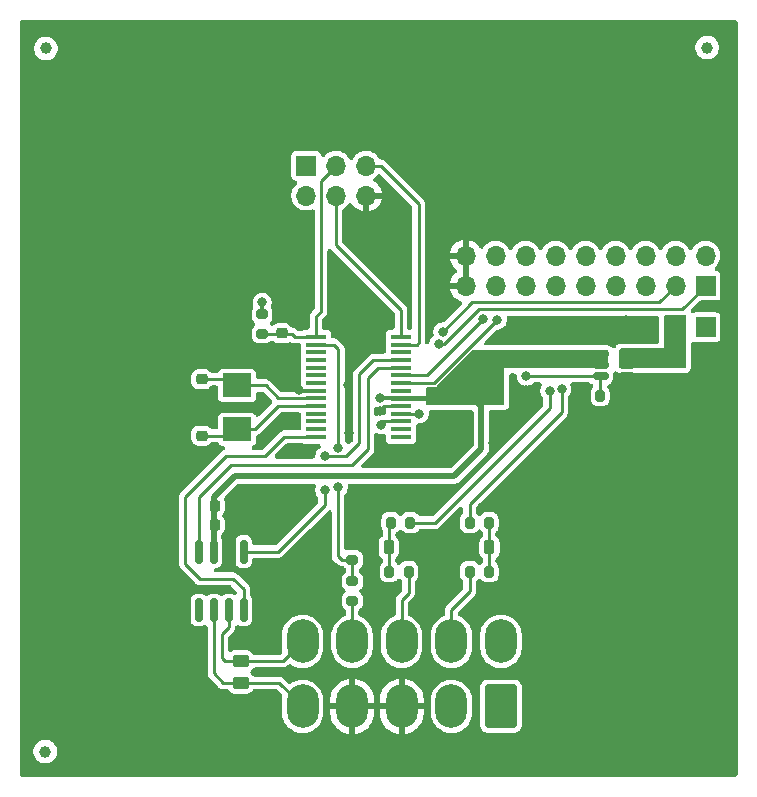
<source format=gbr>
G04 #@! TF.GenerationSoftware,KiCad,Pcbnew,9.0.0-rc2-6-ga1fa0bdb0b*
G04 #@! TF.CreationDate,2025-01-23T13:26:01+02:00*
G04 #@! TF.ProjectId,bk_can_bus_extension_v2,626b5f63-616e-45f6-9275-735f65787465,Rev 4*
G04 #@! TF.SameCoordinates,Original*
G04 #@! TF.FileFunction,Copper,L1,Top*
G04 #@! TF.FilePolarity,Positive*
%FSLAX46Y46*%
G04 Gerber Fmt 4.6, Leading zero omitted, Abs format (unit mm)*
G04 Created by KiCad (PCBNEW 9.0.0-rc2-6-ga1fa0bdb0b) date 2025-01-23 13:26:01*
%MOMM*%
%LPD*%
G01*
G04 APERTURE LIST*
G04 Aperture macros list*
%AMRoundRect*
0 Rectangle with rounded corners*
0 $1 Rounding radius*
0 $2 $3 $4 $5 $6 $7 $8 $9 X,Y pos of 4 corners*
0 Add a 4 corners polygon primitive as box body*
4,1,4,$2,$3,$4,$5,$6,$7,$8,$9,$2,$3,0*
0 Add four circle primitives for the rounded corners*
1,1,$1+$1,$2,$3*
1,1,$1+$1,$4,$5*
1,1,$1+$1,$6,$7*
1,1,$1+$1,$8,$9*
0 Add four rect primitives between the rounded corners*
20,1,$1+$1,$2,$3,$4,$5,0*
20,1,$1+$1,$4,$5,$6,$7,0*
20,1,$1+$1,$6,$7,$8,$9,0*
20,1,$1+$1,$8,$9,$2,$3,0*%
G04 Aperture macros list end*
G04 #@! TA.AperFunction,SMDPad,CuDef*
%ADD10RoundRect,0.225000X-0.225000X-0.250000X0.225000X-0.250000X0.225000X0.250000X-0.225000X0.250000X0*%
G04 #@! TD*
G04 #@! TA.AperFunction,SMDPad,CuDef*
%ADD11RoundRect,0.250000X-0.450000X0.262500X-0.450000X-0.262500X0.450000X-0.262500X0.450000X0.262500X0*%
G04 #@! TD*
G04 #@! TA.AperFunction,SMDPad,CuDef*
%ADD12R,2.400000X2.000000*%
G04 #@! TD*
G04 #@! TA.AperFunction,SMDPad,CuDef*
%ADD13RoundRect,0.200000X-0.200000X-0.275000X0.200000X-0.275000X0.200000X0.275000X-0.200000X0.275000X0*%
G04 #@! TD*
G04 #@! TA.AperFunction,SMDPad,CuDef*
%ADD14RoundRect,0.150000X-0.150000X0.825000X-0.150000X-0.825000X0.150000X-0.825000X0.150000X0.825000X0*%
G04 #@! TD*
G04 #@! TA.AperFunction,SMDPad,CuDef*
%ADD15RoundRect,0.200000X0.200000X0.275000X-0.200000X0.275000X-0.200000X-0.275000X0.200000X-0.275000X0*%
G04 #@! TD*
G04 #@! TA.AperFunction,SMDPad,CuDef*
%ADD16RoundRect,0.225000X-0.250000X0.225000X-0.250000X-0.225000X0.250000X-0.225000X0.250000X0.225000X0*%
G04 #@! TD*
G04 #@! TA.AperFunction,SMDPad,CuDef*
%ADD17R,1.750000X0.450000*%
G04 #@! TD*
G04 #@! TA.AperFunction,SMDPad,CuDef*
%ADD18RoundRect,0.225000X-0.225000X-0.375000X0.225000X-0.375000X0.225000X0.375000X-0.225000X0.375000X0*%
G04 #@! TD*
G04 #@! TA.AperFunction,SMDPad,CuDef*
%ADD19RoundRect,0.225000X0.250000X-0.225000X0.250000X0.225000X-0.250000X0.225000X-0.250000X-0.225000X0*%
G04 #@! TD*
G04 #@! TA.AperFunction,ComponentPad*
%ADD20R,1.700000X1.700000*%
G04 #@! TD*
G04 #@! TA.AperFunction,ComponentPad*
%ADD21O,1.700000X1.700000*%
G04 #@! TD*
G04 #@! TA.AperFunction,SMDPad,CuDef*
%ADD22RoundRect,0.200000X0.275000X-0.200000X0.275000X0.200000X-0.275000X0.200000X-0.275000X-0.200000X0*%
G04 #@! TD*
G04 #@! TA.AperFunction,ComponentPad*
%ADD23RoundRect,0.250001X1.099999X1.599999X-1.099999X1.599999X-1.099999X-1.599999X1.099999X-1.599999X0*%
G04 #@! TD*
G04 #@! TA.AperFunction,ComponentPad*
%ADD24O,2.700000X3.700000*%
G04 #@! TD*
G04 #@! TA.AperFunction,SMDPad,CuDef*
%ADD25C,1.000000*%
G04 #@! TD*
G04 #@! TA.AperFunction,SMDPad,CuDef*
%ADD26RoundRect,0.150000X-0.512500X-0.150000X0.512500X-0.150000X0.512500X0.150000X-0.512500X0.150000X0*%
G04 #@! TD*
G04 #@! TA.AperFunction,SMDPad,CuDef*
%ADD27RoundRect,0.250000X-0.475000X0.250000X-0.475000X-0.250000X0.475000X-0.250000X0.475000X0.250000X0*%
G04 #@! TD*
G04 #@! TA.AperFunction,SMDPad,CuDef*
%ADD28RoundRect,0.200000X-0.275000X0.200000X-0.275000X-0.200000X0.275000X-0.200000X0.275000X0.200000X0*%
G04 #@! TD*
G04 #@! TA.AperFunction,SMDPad,CuDef*
%ADD29RoundRect,0.225000X0.225000X0.375000X-0.225000X0.375000X-0.225000X-0.375000X0.225000X-0.375000X0*%
G04 #@! TD*
G04 #@! TA.AperFunction,ViaPad*
%ADD30C,0.800000*%
G04 #@! TD*
G04 #@! TA.AperFunction,Conductor*
%ADD31C,0.250000*%
G04 #@! TD*
G04 #@! TA.AperFunction,Conductor*
%ADD32C,0.254000*%
G04 #@! TD*
G04 #@! TA.AperFunction,Conductor*
%ADD33C,0.300000*%
G04 #@! TD*
G04 #@! TA.AperFunction,Conductor*
%ADD34C,0.500000*%
G04 #@! TD*
G04 APERTURE END LIST*
D10*
G04 #@! TO.P,C5,1*
G04 #@! TO.N,+3V3*
X147695000Y-112025000D03*
G04 #@! TO.P,C5,2*
G04 #@! TO.N,GND*
X149245000Y-112025000D03*
G04 #@! TD*
D11*
G04 #@! TO.P,R14,1*
G04 #@! TO.N,/CAN_P*
X149900000Y-125187500D03*
G04 #@! TO.P,R14,2*
G04 #@! TO.N,/CAN_N*
X149900000Y-127012500D03*
G04 #@! TD*
D12*
G04 #@! TO.P,Y1,1,1*
G04 #@! TO.N,Net-(U3-OSC1_CLKIN{slash}RA7)*
X149590000Y-101840000D03*
G04 #@! TO.P,Y1,2,2*
G04 #@! TO.N,Net-(U3-OSC2_CLKOUT{slash}RA6)*
X149590000Y-105540000D03*
G04 #@! TD*
D13*
G04 #@! TO.P,R17,1*
G04 #@! TO.N,Net-(D4-K)*
X162600000Y-113450000D03*
G04 #@! TO.P,R17,2*
G04 #@! TO.N,/UART0_TX*
X164250000Y-113450000D03*
G04 #@! TD*
D14*
G04 #@! TO.P,U5,1,TXD*
G04 #@! TO.N,/MCU/CAN_TX*
X150150000Y-115900000D03*
G04 #@! TO.P,U5,2,VSS*
G04 #@! TO.N,GND*
X148880000Y-115900000D03*
G04 #@! TO.P,U5,3,VDD*
G04 #@! TO.N,+3V3*
X147610000Y-115900000D03*
G04 #@! TO.P,U5,4,RXD*
G04 #@! TO.N,/MCU/CAN_RX*
X146340000Y-115900000D03*
G04 #@! TO.P,U5,5,SPLIT*
G04 #@! TO.N,unconnected-(U5-SPLIT-Pad5)*
X146340000Y-120850000D03*
G04 #@! TO.P,U5,6,CANL*
G04 #@! TO.N,/CAN_N*
X147610000Y-120850000D03*
G04 #@! TO.P,U5,7,CANH*
G04 #@! TO.N,/CAN_P*
X148880000Y-120850000D03*
G04 #@! TO.P,U5,8,STBY*
G04 #@! TO.N,/MCU/CAN_STBY*
X150150000Y-120850000D03*
G04 #@! TD*
D15*
G04 #@! TO.P,R16,1*
G04 #@! TO.N,Net-(D3-K)*
X170925000Y-113450000D03*
G04 #@! TO.P,R16,2*
G04 #@! TO.N,/UART0_RX*
X169275000Y-113450000D03*
G04 #@! TD*
D16*
G04 #@! TO.P,C3,1*
G04 #@! TO.N,+3V3*
X166350000Y-102950000D03*
G04 #@! TO.P,C3,2*
G04 #@! TO.N,GND*
X166350000Y-104500000D03*
G04 #@! TD*
D17*
G04 #@! TO.P,U3,1,VPP/~{MCLR}/RE3*
G04 #@! TO.N,/MCU/RESET*
X156250000Y-97725000D03*
G04 #@! TO.P,U3,2,RA0*
G04 #@! TO.N,/OBD2_MEAS*
X156250000Y-98375000D03*
G04 #@! TO.P,U3,3,RA1*
G04 #@! TO.N,unconnected-(U3-RA1-Pad3)*
X156250000Y-99025000D03*
G04 #@! TO.P,U3,4,RA2*
G04 #@! TO.N,unconnected-(U3-RA2-Pad4)*
X156250000Y-99675000D03*
G04 #@! TO.P,U3,5,RA3*
G04 #@! TO.N,unconnected-(U3-RA3-Pad5)*
X156250000Y-100325000D03*
G04 #@! TO.P,U3,6,RA4*
G04 #@! TO.N,unconnected-(U3-RA4-Pad6)*
X156250000Y-100975000D03*
G04 #@! TO.P,U3,7,RA5*
G04 #@! TO.N,unconnected-(U3-RA5-Pad7)*
X156250000Y-101625000D03*
G04 #@! TO.P,U3,8,VSS*
G04 #@! TO.N,GND*
X156250000Y-102275000D03*
G04 #@! TO.P,U3,9,OSC1_CLKIN/RA7*
G04 #@! TO.N,Net-(U3-OSC1_CLKIN{slash}RA7)*
X156250000Y-102925000D03*
G04 #@! TO.P,U3,10,OSC2_CLKOUT/RA6*
G04 #@! TO.N,Net-(U3-OSC2_CLKOUT{slash}RA6)*
X156250000Y-103575000D03*
G04 #@! TO.P,U3,11,RC0/SOSCO*
G04 #@! TO.N,unconnected-(U3-RC0{slash}SOSCO-Pad11)*
X156250000Y-104225000D03*
G04 #@! TO.P,U3,12,RC1/SOSCI*
G04 #@! TO.N,unconnected-(U3-RC1{slash}SOSCI-Pad12)*
X156250000Y-104875000D03*
G04 #@! TO.P,U3,13,RC2*
G04 #@! TO.N,unconnected-(U3-RC2-Pad13)*
X156250000Y-105525000D03*
G04 #@! TO.P,U3,14,RC3*
G04 #@! TO.N,/MCU/CAN_STBY*
X156250000Y-106175000D03*
G04 #@! TO.P,U3,15,RC4*
G04 #@! TO.N,unconnected-(U3-RC4-Pad15)*
X163450000Y-106175000D03*
G04 #@! TO.P,U3,16,RC5*
G04 #@! TO.N,unconnected-(U3-RC5-Pad16)*
X163450000Y-105525000D03*
G04 #@! TO.P,U3,17,RC6*
G04 #@! TO.N,/MCU/PIC_TX*
X163450000Y-104875000D03*
G04 #@! TO.P,U3,18,RC7*
G04 #@! TO.N,/MCU/PIC_RX*
X163450000Y-104225000D03*
G04 #@! TO.P,U3,19,VSS*
G04 #@! TO.N,GND*
X163450000Y-103575000D03*
G04 #@! TO.P,U3,20,VDD*
G04 #@! TO.N,+3V3*
X163450000Y-102925000D03*
G04 #@! TO.P,U3,21,RB0*
G04 #@! TO.N,unconnected-(U3-RB0-Pad21)*
X163450000Y-102275000D03*
G04 #@! TO.P,U3,22,RB1*
G04 #@! TO.N,/MCU/PIC_PIN1*
X163450000Y-101625000D03*
G04 #@! TO.P,U3,23,RB2*
G04 #@! TO.N,/MCU/PIC_PIN2*
X163450000Y-100975000D03*
G04 #@! TO.P,U3,24,RB3*
G04 #@! TO.N,/MCU/CAN_RX*
X163450000Y-100325000D03*
G04 #@! TO.P,U3,25,RB4*
G04 #@! TO.N,/MCU/CAN_TX*
X163450000Y-99675000D03*
G04 #@! TO.P,U3,26,RB5*
G04 #@! TO.N,unconnected-(U3-RB5-Pad26)*
X163450000Y-99025000D03*
G04 #@! TO.P,U3,27,ICSPCLK/RB6*
G04 #@! TO.N,/MCU/ICSP_CLK*
X163450000Y-98375000D03*
G04 #@! TO.P,U3,28,ICSPDAT/RB7*
G04 #@! TO.N,/MCU/ICSP_DAT*
X163450000Y-97725000D03*
G04 #@! TD*
D18*
G04 #@! TO.P,D4,1,K*
G04 #@! TO.N,Net-(D4-K)*
X162425000Y-115550000D03*
G04 #@! TO.P,D4,2,A*
G04 #@! TO.N,GND*
X165725000Y-115550000D03*
G04 #@! TD*
D19*
G04 #@! TO.P,C1,1*
G04 #@! TO.N,/MCU/RESET*
X153350000Y-97425000D03*
G04 #@! TO.P,C1,2*
G04 #@! TO.N,GND*
X153350000Y-95875000D03*
G04 #@! TD*
D20*
G04 #@! TO.P,J1,1,UART1_TX*
G04 #@! TO.N,/MCU/PIC_RX*
X189255000Y-93393000D03*
D21*
G04 #@! TO.P,J1,2,PA1*
G04 #@! TO.N,unconnected-(J1-PA1-Pad2)*
X189255000Y-90853000D03*
G04 #@! TO.P,J1,3,UART1_RX*
G04 #@! TO.N,/MCU/PIC_TX*
X186715000Y-93393000D03*
G04 #@! TO.P,J1,4,PC24*
G04 #@! TO.N,unconnected-(J1-PC24-Pad4)*
X186715000Y-90853000D03*
G04 #@! TO.P,J1,5,GND*
G04 #@! TO.N,GND*
X184175000Y-93393000D03*
G04 #@! TO.P,J1,6,PC14*
G04 #@! TO.N,unconnected-(J1-PC14-Pad6)*
X184175000Y-90853000D03*
G04 #@! TO.P,J1,7,UART0_RX*
G04 #@! TO.N,/UART0_RX*
X181635000Y-93393000D03*
G04 #@! TO.P,J1,8,PC13*
G04 #@! TO.N,unconnected-(J1-PC13-Pad8)*
X181635000Y-90853000D03*
G04 #@! TO.P,J1,9,UART0_TX*
G04 #@! TO.N,/UART0_TX*
X179095000Y-93393000D03*
G04 #@! TO.P,J1,10,PC15*
G04 #@! TO.N,unconnected-(J1-PC15-Pad10)*
X179095000Y-90853000D03*
G04 #@! TO.P,J1,11,GND*
G04 #@! TO.N,GND*
X176555000Y-93393000D03*
G04 #@! TO.P,J1,12,PA2*
G04 #@! TO.N,/MCU/PIC_PIN1*
X176555000Y-90853000D03*
G04 #@! TO.P,J1,13,PC11*
G04 #@! TO.N,/3V3_ON*
X174015000Y-93393000D03*
G04 #@! TO.P,J1,14,TWI_SCL*
G04 #@! TO.N,unconnected-(J1-TWI_SCL-Pad14)*
X174015000Y-90853000D03*
G04 #@! TO.P,J1,15,PC10*
G04 #@! TO.N,/MCU/PIC_PIN2*
X171475000Y-93393000D03*
G04 #@! TO.P,J1,16,TWI_SDA*
G04 #@! TO.N,unconnected-(J1-TWI_SDA-Pad16)*
X171475000Y-90853000D03*
G04 #@! TO.P,J1,17,GND*
G04 #@! TO.N,GND*
X168935000Y-93393000D03*
G04 #@! TO.P,J1,18,GND*
X168935000Y-90853000D03*
G04 #@! TD*
D13*
G04 #@! TO.P,R21,1*
G04 #@! TO.N,/3V3_ON*
X180325000Y-102700000D03*
G04 #@! TO.P,R21,2*
G04 #@! TO.N,GND*
X181975000Y-102700000D03*
G04 #@! TD*
D22*
G04 #@! TO.P,R20,1*
G04 #@! TO.N,/OBD2_VIN*
X159350000Y-120075000D03*
G04 #@! TO.P,R20,2*
G04 #@! TO.N,/OBD2_MEAS*
X159350000Y-118425000D03*
G04 #@! TD*
D15*
G04 #@! TO.P,R18,1*
G04 #@! TO.N,/SERIAL_TX*
X164100000Y-117600000D03*
G04 #@! TO.P,R18,2*
G04 #@! TO.N,Net-(D4-K)*
X162450000Y-117600000D03*
G04 #@! TD*
D16*
G04 #@! TO.P,C6,1*
G04 #@! TO.N,Net-(U3-OSC1_CLKIN{slash}RA7)*
X146580000Y-101300000D03*
G04 #@! TO.P,C6,2*
G04 #@! TO.N,GND*
X146580000Y-102850000D03*
G04 #@! TD*
D20*
G04 #@! TO.P,J2,1,VSYS*
G04 #@! TO.N,+VSYS*
X189255000Y-96899000D03*
D21*
G04 #@! TO.P,J2,2,3.3V*
G04 #@! TO.N,Net-(J2-3.3V)*
X186715000Y-96899000D03*
G04 #@! TD*
D10*
G04 #@! TO.P,C4,1*
G04 #@! TO.N,+3V3*
X147670000Y-113625000D03*
G04 #@! TO.P,C4,2*
G04 #@! TO.N,GND*
X149220000Y-113625000D03*
G04 #@! TD*
D19*
G04 #@! TO.P,C2,1*
G04 #@! TO.N,Net-(U3-OSC2_CLKOUT{slash}RA6)*
X146580000Y-106080000D03*
G04 #@! TO.P,C2,2*
G04 #@! TO.N,GND*
X146580000Y-104530000D03*
G04 #@! TD*
D23*
G04 #@! TO.P,J3,1,Pin_1*
G04 #@! TO.N,unconnected-(J3-Pin_1-Pad1)*
X171925000Y-129000000D03*
D24*
G04 #@! TO.P,J3,2,Pin_2*
G04 #@! TO.N,unconnected-(J3-Pin_2-Pad2)*
X167725000Y-129000000D03*
G04 #@! TO.P,J3,3,Pin_3*
G04 #@! TO.N,GND*
X163525000Y-129000000D03*
G04 #@! TO.P,J3,4,Pin_4*
X159325000Y-129000000D03*
G04 #@! TO.P,J3,5,Pin_5*
G04 #@! TO.N,/CAN_N*
X155125000Y-129000000D03*
G04 #@! TO.P,J3,6,Pin_6*
G04 #@! TO.N,unconnected-(J3-Pin_6-Pad6)*
X171925000Y-123500000D03*
G04 #@! TO.P,J3,7,Pin_7*
G04 #@! TO.N,/SERIAL_RX*
X167725000Y-123500000D03*
G04 #@! TO.P,J3,8,Pin_8*
G04 #@! TO.N,/SERIAL_TX*
X163525000Y-123500000D03*
G04 #@! TO.P,J3,9,Pin_9*
G04 #@! TO.N,/OBD2_VIN*
X159325000Y-123500000D03*
G04 #@! TO.P,J3,10,Pin_10*
G04 #@! TO.N,/CAN_P*
X155125000Y-123500000D03*
G04 #@! TD*
D25*
G04 #@! TO.P,FID1,*
G04 #@! TO.N,*
X133344000Y-132840200D03*
G04 #@! TD*
G04 #@! TO.P,FID2,*
G04 #@! TO.N,*
X189376400Y-73226400D03*
G04 #@! TD*
D13*
G04 #@! TO.P,R15,1*
G04 #@! TO.N,/SERIAL_RX*
X169275000Y-117600000D03*
G04 #@! TO.P,R15,2*
G04 #@! TO.N,Net-(D3-K)*
X170925000Y-117600000D03*
G04 #@! TD*
D26*
G04 #@! TO.P,U2,1,OUT*
G04 #@! TO.N,+3V3*
X180350000Y-99150000D03*
G04 #@! TO.P,U2,2,OUT*
X180350000Y-100100000D03*
G04 #@! TO.P,U2,3,EN*
G04 #@! TO.N,/3V3_ON*
X180350000Y-101050000D03*
G04 #@! TO.P,U2,4,GND*
G04 #@! TO.N,GND*
X182625000Y-101050000D03*
G04 #@! TO.P,U2,5,IN*
G04 #@! TO.N,Net-(J2-3.3V)*
X182625000Y-100100000D03*
G04 #@! TO.P,U2,6,IN*
X182625000Y-99150000D03*
G04 #@! TD*
D27*
G04 #@! TO.P,C10,1*
G04 #@! TO.N,+3V3*
X168350000Y-102950000D03*
G04 #@! TO.P,C10,2*
G04 #@! TO.N,GND*
X168350000Y-104850000D03*
G04 #@! TD*
D28*
G04 #@! TO.P,R4,1*
G04 #@! TO.N,+3V3*
X151700000Y-95825000D03*
G04 #@! TO.P,R4,2*
G04 #@! TO.N,/MCU/RESET*
X151700000Y-97475000D03*
G04 #@! TD*
D25*
G04 #@! TO.P,FID3,*
G04 #@! TO.N,*
X133394800Y-73302600D03*
G04 #@! TD*
D29*
G04 #@! TO.P,D3,1,K*
G04 #@! TO.N,Net-(D3-K)*
X170950000Y-115550000D03*
G04 #@! TO.P,D3,2,A*
G04 #@! TO.N,GND*
X167650000Y-115550000D03*
G04 #@! TD*
D22*
G04 #@! TO.P,R19,1*
G04 #@! TO.N,/OBD2_MEAS*
X159350000Y-116575000D03*
G04 #@! TO.P,R19,2*
G04 #@! TO.N,GND*
X159350000Y-114925000D03*
G04 #@! TD*
D20*
G04 #@! TO.P,J4,1,Pin_1*
G04 #@! TO.N,+3V3*
X155425000Y-83225000D03*
D21*
G04 #@! TO.P,J4,2,Pin_2*
G04 #@! TO.N,unconnected-(J4-Pin_2-Pad2)*
X155425000Y-85765000D03*
G04 #@! TO.P,J4,3,Pin_3*
G04 #@! TO.N,/MCU/RESET*
X157965000Y-83225000D03*
G04 #@! TO.P,J4,4,Pin_4*
G04 #@! TO.N,/MCU/ICSP_DAT*
X157965000Y-85765000D03*
G04 #@! TO.P,J4,5,Pin_5*
G04 #@! TO.N,/MCU/ICSP_CLK*
X160505000Y-83225000D03*
G04 #@! TO.P,J4,6,Pin_6*
G04 #@! TO.N,GND*
X160505000Y-85765000D03*
G04 #@! TD*
D30*
G04 #@! TO.N,GND*
X191050000Y-110050000D03*
X149050000Y-72050000D03*
X157050000Y-72050000D03*
X141050000Y-81050000D03*
X155050000Y-134050000D03*
X191050000Y-112050000D03*
X147050000Y-72050000D03*
X161050000Y-72050000D03*
X132050000Y-126050000D03*
X149800000Y-122700000D03*
X182525000Y-96325000D03*
X132050000Y-118050000D03*
X143050000Y-72050000D03*
X132050000Y-82050000D03*
X175050000Y-134050000D03*
X178125000Y-103225000D03*
X132050000Y-96050000D03*
X132050000Y-100050000D03*
X157900000Y-120300000D03*
X151050000Y-72050000D03*
X166350000Y-105400000D03*
X187050000Y-134050000D03*
X146300000Y-123075000D03*
X135050000Y-134050000D03*
X173125000Y-105075000D03*
X191050000Y-134050000D03*
X157900000Y-91400000D03*
X182625000Y-101800000D03*
X157150000Y-113350000D03*
X154800000Y-102200000D03*
X176325000Y-96350000D03*
X163050000Y-134050000D03*
X173050000Y-134050000D03*
X184050000Y-121050000D03*
X159050000Y-134050000D03*
X163800000Y-110750000D03*
X159000000Y-101800000D03*
X191050000Y-116050000D03*
X132050000Y-130050000D03*
X132050000Y-108050000D03*
X147050000Y-134050000D03*
X132050000Y-72050000D03*
X150200000Y-112050000D03*
X171050000Y-134050000D03*
X132050000Y-128050000D03*
X167050000Y-134050000D03*
X169050000Y-72050000D03*
X132050000Y-80050000D03*
X175050000Y-72050000D03*
X132050000Y-74050000D03*
X158150000Y-97250000D03*
X166650000Y-115550000D03*
X181050000Y-113050000D03*
X138050000Y-96050000D03*
X144050000Y-77050000D03*
X157050000Y-134050000D03*
X149870000Y-99990000D03*
X191050000Y-118050000D03*
X150325000Y-94750000D03*
X132050000Y-98050000D03*
X191050000Y-124050000D03*
X179050000Y-72050000D03*
X191050000Y-79050000D03*
X172050000Y-85050000D03*
X163050000Y-72050000D03*
X151450000Y-119600000D03*
X181050000Y-134050000D03*
X132050000Y-92050000D03*
X150750000Y-110600000D03*
X178050000Y-113050000D03*
X165050000Y-72050000D03*
X132050000Y-112050000D03*
X159025000Y-105875000D03*
X191050000Y-104050000D03*
X176125000Y-106675000D03*
X145540000Y-104540000D03*
X151900000Y-106270000D03*
X165050000Y-134050000D03*
X132050000Y-102050000D03*
X138050000Y-100050000D03*
X144050000Y-81050000D03*
X181050000Y-117050000D03*
X145510000Y-102920000D03*
X152750000Y-124150000D03*
X154500000Y-98650000D03*
X168350000Y-105850000D03*
X161050000Y-134050000D03*
X132050000Y-86050000D03*
X153300000Y-110650000D03*
X151050000Y-134050000D03*
X182525000Y-97825000D03*
X178300000Y-102325000D03*
X152775000Y-100700000D03*
X172100000Y-110425000D03*
X185050000Y-134050000D03*
X138050000Y-77050000D03*
X178050000Y-121050000D03*
X191050000Y-108050000D03*
X148200000Y-99970000D03*
X147650000Y-127950000D03*
X141050000Y-96050000D03*
X183800000Y-101325000D03*
X159700000Y-94950000D03*
X191050000Y-85050000D03*
X138050000Y-85050000D03*
X162425000Y-95775000D03*
X139050000Y-72050000D03*
X174875000Y-103350000D03*
X153350000Y-94950000D03*
X141050000Y-134050000D03*
X163800000Y-94050000D03*
X177050000Y-72050000D03*
X159850000Y-110750000D03*
X163900000Y-86950000D03*
X184025000Y-97850000D03*
X191050000Y-128050000D03*
X132050000Y-124050000D03*
X170350000Y-112150000D03*
X150100000Y-113650000D03*
X144050000Y-100050000D03*
X144050000Y-96050000D03*
X159100000Y-89550000D03*
X184050000Y-117050000D03*
X132050000Y-78050000D03*
X144050000Y-85050000D03*
X154500000Y-112850000D03*
X132050000Y-90050000D03*
X153050000Y-72050000D03*
X161650000Y-104000000D03*
X167450000Y-110750000D03*
X191050000Y-114050000D03*
X191050000Y-75050000D03*
X183050000Y-72050000D03*
X154275000Y-104575000D03*
X191050000Y-126050000D03*
X175050000Y-81050000D03*
X149450000Y-123850000D03*
X132050000Y-88050000D03*
X141050000Y-72050000D03*
X132050000Y-104050000D03*
X132050000Y-84050000D03*
X178050000Y-117050000D03*
X145050000Y-134050000D03*
X132050000Y-106050000D03*
X166625000Y-96000000D03*
X178050000Y-85050000D03*
X181050000Y-121050000D03*
X191050000Y-132050000D03*
X191050000Y-102050000D03*
X191050000Y-77050000D03*
X132050000Y-120050000D03*
X191050000Y-87050000D03*
X139050000Y-134050000D03*
X169050000Y-134050000D03*
X146250000Y-125550000D03*
X141050000Y-104050000D03*
X171050000Y-72050000D03*
X137050000Y-72050000D03*
X141050000Y-85050000D03*
X159050000Y-72050000D03*
X172050000Y-81050000D03*
X137050000Y-134050000D03*
X159125000Y-100050000D03*
X184000000Y-96350000D03*
X185050000Y-72050000D03*
X171275000Y-106750000D03*
X161675000Y-98575000D03*
X191050000Y-120050000D03*
X132050000Y-116050000D03*
X175050000Y-85050000D03*
X147530000Y-107180000D03*
X152450000Y-112600000D03*
X153050000Y-134050000D03*
X181050000Y-72050000D03*
X191050000Y-122050000D03*
X145050000Y-72050000D03*
X174025000Y-102250000D03*
X173050000Y-72050000D03*
X149050000Y-134050000D03*
X184050000Y-113050000D03*
X143050000Y-134050000D03*
X179050000Y-134050000D03*
X172150000Y-98025000D03*
X151400000Y-118000000D03*
X177050000Y-134050000D03*
X175025000Y-97950000D03*
X191050000Y-89050000D03*
X152650000Y-114850000D03*
X155725000Y-107500000D03*
X191050000Y-106050000D03*
X132050000Y-76050000D03*
X132050000Y-114050000D03*
X154550000Y-100250000D03*
X155750000Y-114900000D03*
X191050000Y-83050000D03*
X135050000Y-72050000D03*
X141050000Y-77050000D03*
X132050000Y-122050000D03*
X189050000Y-134050000D03*
X132050000Y-94050000D03*
X155050000Y-72050000D03*
X141050000Y-100050000D03*
X151400000Y-121500000D03*
X167050000Y-72050000D03*
X138050000Y-104050000D03*
X183050000Y-134050000D03*
X138050000Y-81050000D03*
X191050000Y-130050000D03*
X173775000Y-109100000D03*
X191050000Y-100050000D03*
X182900000Y-102800000D03*
X191050000Y-81050000D03*
X154150000Y-116450000D03*
X178050000Y-81050000D03*
X159350000Y-114050000D03*
X132050000Y-110050000D03*
X157900000Y-118050000D03*
X187050000Y-72050000D03*
X151425000Y-128350000D03*
X175325000Y-96350000D03*
X172875000Y-96600000D03*
X155600000Y-110600000D03*
G04 #@! TO.N,/UART0_RX*
X177050000Y-102150000D03*
G04 #@! TO.N,/UART0_TX*
X176050000Y-102300000D03*
G04 #@! TO.N,+3V3*
X151700000Y-94800000D03*
X161700000Y-102900000D03*
G04 #@! TO.N,/MCU/PIC_TX*
X161800000Y-105150000D03*
X167000000Y-97300000D03*
G04 #@! TO.N,/MCU/PIC_RX*
X166650000Y-98350000D03*
X165000000Y-104250000D03*
G04 #@! TO.N,/3V3_ON*
X174050000Y-101050000D03*
G04 #@! TO.N,/OBD2_MEAS*
X158150000Y-110450000D03*
X158150000Y-107100000D03*
G04 #@! TO.N,/MCU/CAN_TX*
X157000000Y-110700000D03*
X157000000Y-107850000D03*
G04 #@! TO.N,/MCU/PIC_PIN2*
X170380000Y-96230000D03*
G04 #@! TO.N,/MCU/PIC_PIN1*
X171620000Y-96300000D03*
G04 #@! TD*
D31*
G04 #@! TO.N,Net-(D3-K)*
X170925000Y-113450000D02*
X170925000Y-117600000D01*
G04 #@! TO.N,Net-(D4-K)*
X162450000Y-117600000D02*
X162450000Y-113600000D01*
X162450000Y-113600000D02*
X162600000Y-113450000D01*
D32*
G04 #@! TO.N,GND*
X162025000Y-103575000D02*
X161800000Y-103800000D01*
X161800000Y-103800000D02*
X161800000Y-103850000D01*
D33*
X156250000Y-102275000D02*
X154875000Y-102275000D01*
D32*
X163450000Y-103575000D02*
X162025000Y-103575000D01*
D31*
X146580000Y-104530000D02*
X146580000Y-102850000D01*
D32*
X161800000Y-103850000D02*
X161650000Y-104000000D01*
D33*
X154875000Y-102275000D02*
X154800000Y-102200000D01*
D31*
G04 #@! TO.N,/MCU/RESET*
X154225000Y-97475000D02*
X151700000Y-97475000D01*
X154475000Y-97725000D02*
X154225000Y-97475000D01*
D32*
X156700000Y-95550000D02*
X156250000Y-96000000D01*
D31*
X156250000Y-97725000D02*
X154475000Y-97725000D01*
D32*
X157965000Y-83225000D02*
X156700000Y-84490000D01*
X156700000Y-84490000D02*
X156700000Y-95550000D01*
X156250000Y-96000000D02*
X156250000Y-97725000D01*
G04 #@! TO.N,/UART0_RX*
X177050000Y-104100000D02*
X177050000Y-102150000D01*
X169275000Y-113450000D02*
X169275000Y-111875000D01*
X169275000Y-111875000D02*
X171550000Y-109600000D01*
X171550000Y-109600000D02*
X177050000Y-104100000D01*
G04 #@! TO.N,/UART0_TX*
X166350000Y-113450000D02*
X170700000Y-109100000D01*
X176050000Y-103750000D02*
X176050000Y-102300000D01*
X164250000Y-113450000D02*
X166350000Y-113450000D01*
X170700000Y-109100000D02*
X176050000Y-103750000D01*
D34*
G04 #@! TO.N,+3V3*
X169650000Y-102950000D02*
X170250000Y-103550000D01*
X167950000Y-109500000D02*
X169775000Y-107675000D01*
X168350000Y-102950000D02*
X169650000Y-102950000D01*
X147610000Y-113685000D02*
X147670000Y-113625000D01*
X147610000Y-111290000D02*
X149400000Y-109500000D01*
X170250000Y-107200000D02*
X169775000Y-107675000D01*
D33*
X163450000Y-102925000D02*
X161725000Y-102925000D01*
D34*
X147610000Y-115900000D02*
X147610000Y-111290000D01*
X149400000Y-109500000D02*
X167950000Y-109500000D01*
X170250000Y-103550000D02*
X170250000Y-107200000D01*
D33*
X161725000Y-102925000D02*
X161700000Y-102900000D01*
X151700000Y-94800000D02*
X151700000Y-95825000D01*
D32*
G04 #@! TO.N,/MCU/ICSP_DAT*
X157965000Y-85765000D02*
X157965000Y-89965000D01*
X157965000Y-89965000D02*
X163450000Y-95450000D01*
X163450000Y-95450000D02*
X163450000Y-97725000D01*
G04 #@! TO.N,/MCU/ICSP_CLK*
X164775000Y-98375000D02*
X164950000Y-98200000D01*
X163450000Y-98375000D02*
X164775000Y-98375000D01*
X161725000Y-83225000D02*
X160505000Y-83225000D01*
X164950000Y-98200000D02*
X164950000Y-86450000D01*
X164950000Y-86450000D02*
X161725000Y-83225000D01*
D31*
G04 #@! TO.N,/SERIAL_TX*
X164100000Y-119400000D02*
X164100000Y-117600000D01*
X163525000Y-119975000D02*
X164100000Y-119400000D01*
X163525000Y-123500000D02*
X163525000Y-119975000D01*
G04 #@! TO.N,/SERIAL_RX*
X167725000Y-123500000D02*
X167725000Y-120825000D01*
X167725000Y-120825000D02*
X169275000Y-119275000D01*
X169275000Y-119275000D02*
X169275000Y-117600000D01*
D32*
G04 #@! TO.N,/CAN_P*
X153437500Y-125187500D02*
X155125000Y-123500000D01*
X148587500Y-125187500D02*
X148300000Y-124900000D01*
X148880000Y-122320000D02*
X148880000Y-120850000D01*
X148300000Y-122900000D02*
X148880000Y-122320000D01*
X148300000Y-124900000D02*
X148300000Y-122900000D01*
X149900000Y-125187500D02*
X148587500Y-125187500D01*
X149900000Y-125187500D02*
X153437500Y-125187500D01*
X155125000Y-124250000D02*
X155125000Y-123500000D01*
G04 #@! TO.N,/CAN_N*
X153137500Y-127012500D02*
X155125000Y-129000000D01*
X147610000Y-120850000D02*
X147610000Y-126210000D01*
X148412500Y-127012500D02*
X149900000Y-127012500D01*
X147610000Y-126210000D02*
X148412500Y-127012500D01*
X149900000Y-127012500D02*
X153137500Y-127012500D01*
G04 #@! TO.N,/MCU/PIC_TX*
X163450000Y-104875000D02*
X161875000Y-104875000D01*
X186715000Y-93393000D02*
X185308000Y-94800000D01*
X163450000Y-104875000D02*
X162075000Y-104875000D01*
X185308000Y-94800000D02*
X169500000Y-94800000D01*
X162075000Y-104875000D02*
X161800000Y-105150000D01*
X169500000Y-94800000D02*
X167000000Y-97300000D01*
G04 #@! TO.N,/MCU/PIC_RX*
X170050000Y-95400000D02*
X187248000Y-95400000D01*
X166650000Y-98350000D02*
X167100000Y-98350000D01*
X167100000Y-98350000D02*
X170050000Y-95400000D01*
X165000000Y-104250000D02*
X163475000Y-104250000D01*
X163475000Y-104250000D02*
X163450000Y-104225000D01*
X187248000Y-95400000D02*
X189255000Y-93393000D01*
G04 #@! TO.N,/3V3_ON*
X180325000Y-101075000D02*
X180350000Y-101050000D01*
X174050000Y-101050000D02*
X180350000Y-101050000D01*
X180350000Y-101050000D02*
X178150000Y-101050000D01*
X180325000Y-102700000D02*
X180325000Y-101075000D01*
G04 #@! TO.N,/OBD2_VIN*
X159325000Y-120100000D02*
X159350000Y-120075000D01*
X159325000Y-123500000D02*
X159325000Y-120100000D01*
G04 #@! TO.N,/OBD2_MEAS*
X158150000Y-98750000D02*
X157775000Y-98375000D01*
X159350000Y-118425000D02*
X159350000Y-116575000D01*
X158150000Y-107100000D02*
X158150000Y-98750000D01*
X157775000Y-98375000D02*
X156250000Y-98375000D01*
X158125000Y-110475000D02*
X158150000Y-110450000D01*
X159350000Y-116575000D02*
X158425000Y-116575000D01*
X158125000Y-116275000D02*
X158125000Y-110475000D01*
X158425000Y-116575000D02*
X158125000Y-116275000D01*
G04 #@! TO.N,/MCU/CAN_RX*
X146340000Y-115900000D02*
X146340000Y-111310000D01*
X159350000Y-108550000D02*
X157250000Y-108550000D01*
X160650000Y-107250000D02*
X159350000Y-108550000D01*
X149100000Y-108550000D02*
X157250000Y-108550000D01*
X160650000Y-101200000D02*
X160650000Y-107250000D01*
X161525000Y-100325000D02*
X160650000Y-101200000D01*
X146340000Y-111310000D02*
X149100000Y-108550000D01*
X163450000Y-100325000D02*
X161525000Y-100325000D01*
D31*
G04 #@! TO.N,/MCU/CAN_STBY*
X153595000Y-106175000D02*
X151950000Y-107820000D01*
D32*
X146450000Y-118200000D02*
X149250000Y-118200000D01*
D31*
X151950000Y-107820000D02*
X148630000Y-107820000D01*
X156250000Y-106175000D02*
X153595000Y-106175000D01*
D32*
X149250000Y-118200000D02*
X150150000Y-119100000D01*
X150150000Y-119100000D02*
X150150000Y-120850000D01*
X145200000Y-111250000D02*
X145200000Y-116950000D01*
X145200000Y-116950000D02*
X146450000Y-118200000D01*
D31*
X148630000Y-107820000D02*
X145200000Y-111250000D01*
D32*
G04 #@! TO.N,/MCU/CAN_TX*
X155300000Y-113650000D02*
X157000000Y-111950000D01*
X157000000Y-110700000D02*
X157000000Y-110650000D01*
X157000000Y-107850000D02*
X158800000Y-107850000D01*
X150150000Y-115900000D02*
X151150000Y-115900000D01*
X150150000Y-115900000D02*
X153050000Y-115900000D01*
X157000000Y-111950000D02*
X157000000Y-110700000D01*
X159900000Y-100900000D02*
X161125000Y-99675000D01*
X158800000Y-107850000D02*
X159900000Y-106750000D01*
X153300000Y-115650000D02*
X155300000Y-113650000D01*
X159900000Y-106750000D02*
X159900000Y-100900000D01*
X161125000Y-99675000D02*
X163450000Y-99675000D01*
X153050000Y-115900000D02*
X153300000Y-115650000D01*
D31*
G04 #@! TO.N,/MCU/PIC_PIN2*
X163450000Y-100975000D02*
X165635000Y-100975000D01*
X165635000Y-100975000D02*
X170380000Y-96230000D01*
G04 #@! TO.N,/MCU/PIC_PIN1*
X166295000Y-101625000D02*
X171620000Y-96300000D01*
X163450000Y-101625000D02*
X166295000Y-101625000D01*
G04 #@! TO.N,Net-(U3-OSC2_CLKOUT{slash}RA6)*
X151090000Y-105540000D02*
X149590000Y-105540000D01*
X156250000Y-103575000D02*
X153055000Y-103575000D01*
X146580000Y-106080000D02*
X149050000Y-106080000D01*
X149050000Y-106080000D02*
X149590000Y-105540000D01*
X153055000Y-103575000D02*
X151090000Y-105540000D01*
G04 #@! TO.N,Net-(U3-OSC1_CLKIN{slash}RA7)*
X151990000Y-101840000D02*
X149590000Y-101840000D01*
X153075000Y-102925000D02*
X151990000Y-101840000D01*
X146580000Y-101300000D02*
X149050000Y-101300000D01*
X149050000Y-101300000D02*
X149590000Y-101840000D01*
X156250000Y-102925000D02*
X153075000Y-102925000D01*
G04 #@! TD*
G04 #@! TA.AperFunction,Conductor*
G04 #@! TO.N,+3V3*
G36*
X180990826Y-98871674D02*
G01*
X181012500Y-98924000D01*
X181012500Y-100326000D01*
X180990826Y-100378326D01*
X180938500Y-100400000D01*
X172220000Y-100400000D01*
X172220000Y-103426000D01*
X172198326Y-103478326D01*
X172146000Y-103500000D01*
X167475000Y-103500000D01*
X165674000Y-103500000D01*
X165621674Y-103478326D01*
X165600000Y-103426000D01*
X165600000Y-103150000D01*
X164353464Y-103150000D01*
X164346217Y-103149644D01*
X164344754Y-103149500D01*
X164344748Y-103149500D01*
X162649000Y-103149500D01*
X162596674Y-103127826D01*
X162575000Y-103075500D01*
X162575000Y-102774500D01*
X162596674Y-102722174D01*
X162649000Y-102700500D01*
X164344754Y-102700500D01*
X164346217Y-102700356D01*
X164353464Y-102700000D01*
X165600000Y-102700000D01*
X165600000Y-102024500D01*
X165621674Y-101972174D01*
X165674000Y-101950500D01*
X166337851Y-101950500D01*
X166337853Y-101950500D01*
X166420639Y-101928318D01*
X166494862Y-101885465D01*
X169508653Y-98871674D01*
X169560979Y-98850000D01*
X180938500Y-98850000D01*
X180990826Y-98871674D01*
G37*
G04 #@! TD.AperFunction*
G04 #@! TD*
G04 #@! TA.AperFunction,Conductor*
G04 #@! TO.N,Net-(J2-3.3V)*
G36*
X187560485Y-95870312D02*
G01*
X187596145Y-95930397D01*
X187600000Y-95961077D01*
X187600000Y-100276000D01*
X187580315Y-100343039D01*
X187527511Y-100388794D01*
X187476000Y-100400000D01*
X183196667Y-100400000D01*
X183188688Y-100399572D01*
X183188683Y-100399678D01*
X183185379Y-100399500D01*
X183185373Y-100399500D01*
X183185366Y-100399500D01*
X182074000Y-100399500D01*
X182006961Y-100379815D01*
X181961206Y-100327011D01*
X181950000Y-100275500D01*
X181950000Y-98824000D01*
X181969685Y-98756961D01*
X182022489Y-98711206D01*
X182074000Y-98700000D01*
X185700000Y-98700000D01*
X185700000Y-96001500D01*
X185719685Y-95934461D01*
X185772489Y-95888706D01*
X185824000Y-95877500D01*
X187310861Y-95877500D01*
X187310864Y-95877500D01*
X187432308Y-95844959D01*
X187432309Y-95844957D01*
X187440158Y-95842855D01*
X187440787Y-95845203D01*
X187498002Y-95839045D01*
X187560485Y-95870312D01*
G37*
G04 #@! TD.AperFunction*
G04 #@! TD*
G04 #@! TA.AperFunction,Conductor*
G04 #@! TO.N,GND*
G36*
X169486843Y-103925207D02*
G01*
X169556084Y-103980426D01*
X169594511Y-104060218D01*
X169599500Y-104104500D01*
X169599500Y-106848126D01*
X169579793Y-106934469D01*
X169541214Y-106988840D01*
X167738840Y-108791214D01*
X167663852Y-108838333D01*
X167598126Y-108849500D01*
X160276925Y-108849500D01*
X160190582Y-108829793D01*
X160121341Y-108774574D01*
X160082914Y-108694782D01*
X160082914Y-108606218D01*
X160121341Y-108526426D01*
X160136211Y-108509786D01*
X161072106Y-107573892D01*
X161141552Y-107453608D01*
X161177501Y-107319446D01*
X161177501Y-107180553D01*
X161177501Y-107168359D01*
X161177500Y-107168341D01*
X161177500Y-106056431D01*
X161197207Y-105970088D01*
X161252426Y-105900847D01*
X161332218Y-105862420D01*
X161420782Y-105862420D01*
X161452648Y-105872577D01*
X161566503Y-105919737D01*
X161721158Y-105950500D01*
X161721159Y-105950500D01*
X161878839Y-105950500D01*
X161878842Y-105950500D01*
X161936680Y-105938995D01*
X162025204Y-105941478D01*
X162103888Y-105982126D01*
X162157143Y-106052889D01*
X162174500Y-106134170D01*
X162174500Y-106431518D01*
X162187323Y-106512480D01*
X162189353Y-106525300D01*
X162189354Y-106525303D01*
X162189354Y-106525305D01*
X162246951Y-106638344D01*
X162336657Y-106728050D01*
X162435361Y-106778342D01*
X162449696Y-106785646D01*
X162543481Y-106800500D01*
X164356518Y-106800499D01*
X164450304Y-106785646D01*
X164563342Y-106728050D01*
X164653050Y-106638342D01*
X164710646Y-106525304D01*
X164725500Y-106431519D01*
X164725499Y-105918482D01*
X164719583Y-105881128D01*
X164719584Y-105818867D01*
X164725500Y-105781519D01*
X164725499Y-105268482D01*
X164725498Y-105268478D01*
X164725234Y-105265121D01*
X164725499Y-105263316D01*
X164725499Y-105260663D01*
X164725889Y-105260663D01*
X164738103Y-105177498D01*
X164787715Y-105104135D01*
X164864245Y-105059564D01*
X164923620Y-105050500D01*
X165078841Y-105050500D01*
X165078842Y-105050500D01*
X165233497Y-105019737D01*
X165379179Y-104959394D01*
X165510289Y-104871789D01*
X165621789Y-104760289D01*
X165709394Y-104629179D01*
X165769737Y-104483497D01*
X165800500Y-104328842D01*
X165800500Y-104171158D01*
X165794963Y-104143321D01*
X165797446Y-104054795D01*
X165838095Y-103976111D01*
X165908858Y-103922856D01*
X165990139Y-103905500D01*
X169400500Y-103905500D01*
X169486843Y-103925207D01*
G37*
G04 #@! TD.AperFunction*
G04 #@! TA.AperFunction,Conductor*
G36*
X155121155Y-106720207D02*
G01*
X155125156Y-106722190D01*
X155235361Y-106778342D01*
X155249696Y-106785646D01*
X155343481Y-106800500D01*
X156473812Y-106800499D01*
X156560154Y-106820206D01*
X156629395Y-106875424D01*
X156667822Y-106955217D01*
X156667822Y-107043780D01*
X156629396Y-107123573D01*
X156584371Y-107164961D01*
X156489711Y-107228211D01*
X156489707Y-107228214D01*
X156378214Y-107339707D01*
X156378208Y-107339715D01*
X156290607Y-107470818D01*
X156290603Y-107470825D01*
X156230264Y-107616499D01*
X156230262Y-107616506D01*
X156199500Y-107771158D01*
X156199500Y-107823500D01*
X156179793Y-107909843D01*
X156124574Y-107979084D01*
X156044782Y-108017511D01*
X156000500Y-108022500D01*
X152971097Y-108022500D01*
X152884754Y-108002793D01*
X152815513Y-107947574D01*
X152777086Y-107867782D01*
X152777086Y-107779218D01*
X152815513Y-107699426D01*
X152830383Y-107682786D01*
X153754383Y-106758786D01*
X153829371Y-106711667D01*
X153895097Y-106700500D01*
X155034812Y-106700500D01*
X155121155Y-106720207D01*
G37*
G04 #@! TD.AperFunction*
G04 #@! TA.AperFunction,Conductor*
G36*
X154794158Y-104104758D02*
G01*
X154813284Y-104104120D01*
X154836791Y-104114488D01*
X154861844Y-104120207D01*
X154876806Y-104132139D01*
X154894314Y-104139862D01*
X154910996Y-104159405D01*
X154931085Y-104175426D01*
X154939387Y-104192665D01*
X154951813Y-104207222D01*
X154958363Y-104232068D01*
X154969512Y-104255218D01*
X154973277Y-104288638D01*
X154974390Y-104292859D01*
X154974500Y-104296168D01*
X154974501Y-104481518D01*
X154982342Y-104531033D01*
X154982754Y-104543357D01*
X154980416Y-104581123D01*
X154974500Y-104618482D01*
X154974500Y-105131518D01*
X154974501Y-105131520D01*
X154980416Y-105168877D01*
X154982754Y-105206639D01*
X154982342Y-105218963D01*
X154974500Y-105268481D01*
X154974500Y-105453802D01*
X154974389Y-105457141D01*
X154963928Y-105496818D01*
X154954793Y-105536843D01*
X154952676Y-105539497D01*
X154951811Y-105542779D01*
X154925156Y-105574005D01*
X154899574Y-105606084D01*
X154896518Y-105607555D01*
X154894313Y-105610139D01*
X154856759Y-105626703D01*
X154819782Y-105644511D01*
X154815220Y-105645024D01*
X154813282Y-105645880D01*
X154808922Y-105645734D01*
X154775500Y-105649500D01*
X153525816Y-105649500D01*
X153392165Y-105685311D01*
X153392160Y-105685313D01*
X153272335Y-105754494D01*
X153272334Y-105754495D01*
X153207963Y-105818867D01*
X153174495Y-105852335D01*
X153174493Y-105852337D01*
X152455306Y-106571525D01*
X151790617Y-107236214D01*
X151715629Y-107283333D01*
X151649903Y-107294500D01*
X151020282Y-107294500D01*
X150933939Y-107274793D01*
X150864698Y-107219574D01*
X150826271Y-107139782D01*
X150826271Y-107051218D01*
X150864698Y-106971426D01*
X150929938Y-106918190D01*
X151028342Y-106868050D01*
X151118050Y-106778342D01*
X151146661Y-106722190D01*
X151175646Y-106665304D01*
X151190500Y-106571519D01*
X151190499Y-106203664D01*
X151210206Y-106117323D01*
X151265424Y-106048081D01*
X151289999Y-106031326D01*
X151375216Y-105982126D01*
X151412665Y-105960505D01*
X151510505Y-105862665D01*
X151510505Y-105862663D01*
X151526884Y-105846285D01*
X151526887Y-105846280D01*
X153214384Y-104158786D01*
X153289373Y-104111667D01*
X153355098Y-104100500D01*
X154775501Y-104100500D01*
X154794158Y-104104758D01*
G37*
G04 #@! TD.AperFunction*
G04 #@! TA.AperFunction,Conductor*
G36*
X157550574Y-90298342D02*
G01*
X157567214Y-90313212D01*
X157652447Y-90398445D01*
X157652453Y-90398450D01*
X162864214Y-95610211D01*
X162911333Y-95685199D01*
X162922500Y-95750925D01*
X162922500Y-96900500D01*
X162902793Y-96986843D01*
X162847574Y-97056084D01*
X162767782Y-97094511D01*
X162723501Y-97099500D01*
X162543481Y-97099500D01*
X162449696Y-97114354D01*
X162449694Y-97114354D01*
X162336655Y-97171951D01*
X162246949Y-97261657D01*
X162189355Y-97374692D01*
X162189353Y-97374699D01*
X162174501Y-97468474D01*
X162174500Y-97468488D01*
X162174500Y-97981518D01*
X162174501Y-97981520D01*
X162180416Y-98018877D01*
X162180416Y-98081123D01*
X162174500Y-98118482D01*
X162174500Y-98631518D01*
X162174501Y-98631520D01*
X162180416Y-98668877D01*
X162182752Y-98706693D01*
X162182338Y-98718991D01*
X162174500Y-98768481D01*
X162174500Y-98951823D01*
X162174387Y-98955195D01*
X162163920Y-98994852D01*
X162154793Y-99034843D01*
X162152660Y-99037517D01*
X162151787Y-99040826D01*
X162125136Y-99072030D01*
X162099574Y-99104084D01*
X162096493Y-99105567D01*
X162094270Y-99108171D01*
X162056723Y-99124720D01*
X162019782Y-99142511D01*
X162015186Y-99143028D01*
X162013230Y-99143891D01*
X162008843Y-99143743D01*
X161975500Y-99147500D01*
X161206658Y-99147500D01*
X161206642Y-99147499D01*
X161194447Y-99147499D01*
X161055554Y-99147499D01*
X161055551Y-99147499D01*
X160921392Y-99183448D01*
X160921388Y-99183449D01*
X160801108Y-99252893D01*
X159477933Y-100576068D01*
X159477932Y-100576069D01*
X159477895Y-100576107D01*
X159473657Y-100583448D01*
X159408448Y-100696392D01*
X159394860Y-100747105D01*
X159390356Y-100763911D01*
X159390356Y-100763913D01*
X159372500Y-100830550D01*
X159372500Y-106449074D01*
X159365071Y-106481621D01*
X159361333Y-106514800D01*
X159355311Y-106524383D01*
X159352793Y-106535417D01*
X159314214Y-106589789D01*
X159160545Y-106743457D01*
X159085556Y-106790575D01*
X158997549Y-106800491D01*
X158913956Y-106771240D01*
X158854369Y-106713301D01*
X158771789Y-106589711D01*
X158735786Y-106553708D01*
X158688667Y-106478720D01*
X158677500Y-106412994D01*
X158677500Y-98680552D01*
X158664361Y-98631518D01*
X158641552Y-98546393D01*
X158641552Y-98546392D01*
X158596424Y-98468229D01*
X158572105Y-98426107D01*
X158473893Y-98327895D01*
X158473892Y-98327894D01*
X158466943Y-98320945D01*
X158466932Y-98320935D01*
X158215355Y-98069358D01*
X158197106Y-98051109D01*
X158197105Y-98051107D01*
X158098893Y-97952895D01*
X158027468Y-97911658D01*
X158013319Y-97903489D01*
X158013318Y-97903488D01*
X157998884Y-97895154D01*
X157978608Y-97883448D01*
X157978605Y-97883447D01*
X157889519Y-97859577D01*
X157844447Y-97847500D01*
X157724499Y-97847500D01*
X157638156Y-97827793D01*
X157568915Y-97772574D01*
X157530488Y-97692782D01*
X157525499Y-97648500D01*
X157525499Y-97468481D01*
X157523468Y-97455658D01*
X157510646Y-97374696D01*
X157453050Y-97261658D01*
X157453049Y-97261657D01*
X157453048Y-97261655D01*
X157363342Y-97171949D01*
X157250307Y-97114355D01*
X157250304Y-97114354D01*
X157250302Y-97114353D01*
X157250300Y-97114353D01*
X157156519Y-97099500D01*
X156976500Y-97099500D01*
X156890157Y-97079793D01*
X156820916Y-97024574D01*
X156782489Y-96944782D01*
X156777500Y-96900500D01*
X156777500Y-96300925D01*
X156784928Y-96268376D01*
X156788667Y-96235200D01*
X156794688Y-96225616D01*
X156797207Y-96214582D01*
X156835783Y-96160213D01*
X157007509Y-95988486D01*
X157007513Y-95988484D01*
X157023891Y-95972105D01*
X157023893Y-95972105D01*
X157122105Y-95873893D01*
X157166850Y-95796392D01*
X157191552Y-95753608D01*
X157215735Y-95663354D01*
X157227500Y-95619447D01*
X157227500Y-90453926D01*
X157247207Y-90367583D01*
X157302426Y-90298342D01*
X157382218Y-90259915D01*
X157470782Y-90259915D01*
X157550574Y-90298342D01*
G37*
G04 #@! TD.AperFunction*
G04 #@! TA.AperFunction,Conductor*
G36*
X161452648Y-103663998D02*
G01*
X161466503Y-103669737D01*
X161621158Y-103700500D01*
X161621159Y-103700500D01*
X161778841Y-103700500D01*
X161778842Y-103700500D01*
X161922372Y-103671950D01*
X161943085Y-103667830D01*
X161943379Y-103669309D01*
X161944500Y-103669231D01*
X161955730Y-103664509D01*
X161988230Y-103666158D01*
X162020693Y-103663878D01*
X162032012Y-103668381D01*
X162044180Y-103668999D01*
X162072748Y-103684588D01*
X162102983Y-103696617D01*
X162111226Y-103705584D01*
X162121922Y-103711421D01*
X162140898Y-103737862D01*
X162162919Y-103761818D01*
X162166455Y-103773474D01*
X162173559Y-103783373D01*
X162176282Y-103805867D01*
X162188630Y-103846567D01*
X162188863Y-103870604D01*
X162188325Y-103881188D01*
X162174500Y-103968481D01*
X162174500Y-104153536D01*
X162174244Y-104158589D01*
X162163551Y-104196468D01*
X162154793Y-104234843D01*
X162151583Y-104238867D01*
X162150185Y-104243822D01*
X162124108Y-104273319D01*
X162099574Y-104304084D01*
X162094937Y-104306316D01*
X162091527Y-104310175D01*
X162055242Y-104325433D01*
X162019782Y-104342511D01*
X162012748Y-104343303D01*
X162009889Y-104344506D01*
X162004501Y-104344232D01*
X161975500Y-104347500D01*
X161805553Y-104347500D01*
X161805550Y-104347500D01*
X161803292Y-104347798D01*
X161777318Y-104349500D01*
X161721158Y-104349500D01*
X161674796Y-104358722D01*
X161566506Y-104380262D01*
X161566504Y-104380262D01*
X161566503Y-104380263D01*
X161461170Y-104423893D01*
X161452653Y-104427421D01*
X161435999Y-104430250D01*
X161420782Y-104437579D01*
X161392864Y-104437579D01*
X161365341Y-104442255D01*
X161349111Y-104437579D01*
X161332218Y-104437579D01*
X161307065Y-104425465D01*
X161280239Y-104417737D01*
X161267643Y-104406480D01*
X161252426Y-104399152D01*
X161235019Y-104377324D01*
X161214203Y-104358722D01*
X161207739Y-104343118D01*
X161197207Y-104329911D01*
X161190994Y-104302692D01*
X161180311Y-104276900D01*
X161177500Y-104243568D01*
X161177500Y-103847852D01*
X161197207Y-103761509D01*
X161252426Y-103692268D01*
X161332218Y-103653841D01*
X161420782Y-103653841D01*
X161452648Y-103663998D01*
G37*
G04 #@! TD.AperFunction*
G04 #@! TA.AperFunction,Conductor*
G36*
X185181843Y-95947207D02*
G01*
X185251084Y-96002426D01*
X185289511Y-96082218D01*
X185294500Y-96126500D01*
X185294500Y-98095500D01*
X185274793Y-98181843D01*
X185219574Y-98251084D01*
X185139782Y-98289511D01*
X185095500Y-98294500D01*
X182074000Y-98294500D01*
X182037838Y-98298388D01*
X181987802Y-98303767D01*
X181936292Y-98314973D01*
X181864640Y-98337690D01*
X181864638Y-98337691D01*
X181756938Y-98404752D01*
X181704143Y-98450500D01*
X181704142Y-98450501D01*
X181634959Y-98528075D01*
X181634954Y-98528082D01*
X181619902Y-98559834D01*
X181565108Y-98629411D01*
X181485551Y-98668324D01*
X181396989Y-98668864D01*
X181316963Y-98630926D01*
X181288766Y-98603828D01*
X181254176Y-98563328D01*
X181146008Y-98497043D01*
X181146007Y-98497042D01*
X181146003Y-98497040D01*
X181127501Y-98489376D01*
X181093674Y-98475364D01*
X181063804Y-98464346D01*
X180938505Y-98444500D01*
X180938500Y-98444500D01*
X170699097Y-98444500D01*
X170612754Y-98424793D01*
X170543513Y-98369574D01*
X170505086Y-98289782D01*
X170505086Y-98201218D01*
X170543513Y-98121426D01*
X170558383Y-98104786D01*
X171504383Y-97158786D01*
X171579371Y-97111667D01*
X171645097Y-97100500D01*
X171698841Y-97100500D01*
X171698842Y-97100500D01*
X171853497Y-97069737D01*
X171999179Y-97009394D01*
X172130289Y-96921789D01*
X172241789Y-96810289D01*
X172329394Y-96679179D01*
X172389737Y-96533497D01*
X172420500Y-96378842D01*
X172420500Y-96221158D01*
X172409393Y-96165319D01*
X172411878Y-96076793D01*
X172452527Y-95998110D01*
X172523291Y-95944856D01*
X172604570Y-95927500D01*
X185095500Y-95927500D01*
X185181843Y-95947207D01*
G37*
G04 #@! TD.AperFunction*
G04 #@! TA.AperFunction,Conductor*
G36*
X161701973Y-83968202D02*
G01*
X161764478Y-84010475D01*
X164364214Y-86610211D01*
X164411333Y-86685199D01*
X164422500Y-86750925D01*
X164422500Y-96900500D01*
X164417511Y-96922358D01*
X164417511Y-96944782D01*
X164407782Y-96964983D01*
X164402793Y-96986843D01*
X164388811Y-97004374D01*
X164379084Y-97024574D01*
X164361553Y-97038553D01*
X164347574Y-97056084D01*
X164327374Y-97065811D01*
X164309843Y-97079793D01*
X164287983Y-97084782D01*
X164267782Y-97094511D01*
X164223500Y-97099500D01*
X164176500Y-97099500D01*
X164090157Y-97079793D01*
X164020916Y-97024574D01*
X163982489Y-96944782D01*
X163977500Y-96900500D01*
X163977500Y-95380552D01*
X163941552Y-95246394D01*
X163941548Y-95246385D01*
X163872109Y-95126112D01*
X163872106Y-95126108D01*
X158550786Y-89804788D01*
X158503667Y-89729800D01*
X158492500Y-89664074D01*
X158492500Y-87021642D01*
X158512207Y-86935299D01*
X158567426Y-86866058D01*
X158601157Y-86844331D01*
X158620405Y-86834524D01*
X158779646Y-86718828D01*
X158918828Y-86579646D01*
X159008406Y-86456353D01*
X159075100Y-86398085D01*
X159160472Y-86374524D01*
X159247612Y-86390338D01*
X159319261Y-86442395D01*
X159338410Y-86470709D01*
X159339445Y-86470076D01*
X159343528Y-86476739D01*
X159469180Y-86649681D01*
X159469181Y-86649683D01*
X159620316Y-86800818D01*
X159620318Y-86800819D01*
X159793255Y-86926467D01*
X159983708Y-87023507D01*
X159983710Y-87023508D01*
X160186998Y-87089560D01*
X160250999Y-87099697D01*
X160251000Y-87099696D01*
X160251000Y-86195702D01*
X160312007Y-86230925D01*
X160439174Y-86265000D01*
X160570826Y-86265000D01*
X160697993Y-86230925D01*
X160759000Y-86195702D01*
X160759000Y-87099697D01*
X160823001Y-87089560D01*
X161026289Y-87023508D01*
X161026291Y-87023507D01*
X161216744Y-86926467D01*
X161389681Y-86800819D01*
X161389683Y-86800818D01*
X161540818Y-86649683D01*
X161540819Y-86649681D01*
X161666467Y-86476744D01*
X161763507Y-86286291D01*
X161763509Y-86286285D01*
X161829561Y-86082997D01*
X161839698Y-86019000D01*
X160935703Y-86019000D01*
X160970925Y-85957993D01*
X161005000Y-85830826D01*
X161005000Y-85699174D01*
X160970925Y-85572007D01*
X160935703Y-85511000D01*
X161839698Y-85511000D01*
X161829561Y-85447002D01*
X161763509Y-85243714D01*
X161763507Y-85243708D01*
X161666467Y-85053255D01*
X161540819Y-84880318D01*
X161540818Y-84880316D01*
X161389683Y-84729181D01*
X161389681Y-84729180D01*
X161216739Y-84603528D01*
X161210076Y-84599445D01*
X161211498Y-84597123D01*
X161154994Y-84549950D01*
X161118368Y-84469315D01*
X161120356Y-84380774D01*
X161160564Y-84301863D01*
X161196352Y-84268406D01*
X161319646Y-84178828D01*
X161458828Y-84039646D01*
X161462769Y-84034220D01*
X161529461Y-83975952D01*
X161614832Y-83952390D01*
X161701973Y-83968202D01*
G37*
G04 #@! TD.AperFunction*
G04 #@! TA.AperFunction,Conductor*
G36*
X169189000Y-92962297D02*
G01*
X169127993Y-92927075D01*
X169000826Y-92893000D01*
X168869174Y-92893000D01*
X168742007Y-92927075D01*
X168681000Y-92962297D01*
X168681000Y-91283702D01*
X168742007Y-91318925D01*
X168869174Y-91353000D01*
X169000826Y-91353000D01*
X169127993Y-91318925D01*
X169189000Y-91283702D01*
X169189000Y-92962297D01*
G37*
G04 #@! TD.AperFunction*
G04 #@! TA.AperFunction,Conductor*
G36*
X191854543Y-70934707D02*
G01*
X191923784Y-70989926D01*
X191962211Y-71069718D01*
X191967200Y-71114000D01*
X191967200Y-134749400D01*
X191947493Y-134835743D01*
X191892274Y-134904984D01*
X191812482Y-134943411D01*
X191768200Y-134948400D01*
X131358600Y-134948400D01*
X131272257Y-134928693D01*
X131203016Y-134873474D01*
X131164589Y-134793682D01*
X131159600Y-134749400D01*
X131159600Y-132741659D01*
X132343500Y-132741659D01*
X132343500Y-132938740D01*
X132381948Y-133132032D01*
X132381949Y-133132036D01*
X132457365Y-133314109D01*
X132457368Y-133314114D01*
X132566861Y-133477982D01*
X132706218Y-133617339D01*
X132868985Y-133726096D01*
X132870083Y-133726830D01*
X132870090Y-133726834D01*
X132991472Y-133777111D01*
X133052165Y-133802251D01*
X133245459Y-133840700D01*
X133245460Y-133840700D01*
X133442540Y-133840700D01*
X133442541Y-133840700D01*
X133635835Y-133802251D01*
X133817914Y-133726832D01*
X133981782Y-133617339D01*
X134121139Y-133477982D01*
X134230632Y-133314114D01*
X134306051Y-133132035D01*
X134344500Y-132938741D01*
X134344500Y-132741659D01*
X134306051Y-132548365D01*
X134230632Y-132366286D01*
X134121139Y-132202418D01*
X133981782Y-132063061D01*
X133899297Y-132007946D01*
X133817916Y-131953569D01*
X133817909Y-131953565D01*
X133635836Y-131878149D01*
X133635832Y-131878148D01*
X133506389Y-131852400D01*
X133442541Y-131839700D01*
X133245459Y-131839700D01*
X133197464Y-131849246D01*
X133052167Y-131878148D01*
X133052163Y-131878149D01*
X132870090Y-131953565D01*
X132870083Y-131953569D01*
X132706222Y-132063058D01*
X132706214Y-132063064D01*
X132566864Y-132202414D01*
X132566858Y-132202422D01*
X132457369Y-132366283D01*
X132457365Y-132366290D01*
X132381949Y-132548363D01*
X132381948Y-132548367D01*
X132343500Y-132741659D01*
X131159600Y-132741659D01*
X131159600Y-111180552D01*
X144672500Y-111180552D01*
X144672500Y-111180553D01*
X144672500Y-116880554D01*
X144672500Y-117019446D01*
X144688147Y-117077841D01*
X144708448Y-117153609D01*
X144743170Y-117213749D01*
X144777891Y-117273887D01*
X144777893Y-117273890D01*
X144777895Y-117273893D01*
X144876107Y-117372105D01*
X144876108Y-117372105D01*
X144887450Y-117383447D01*
X144887449Y-117383447D01*
X144887453Y-117383450D01*
X146027893Y-118523890D01*
X146027895Y-118523893D01*
X146126107Y-118622105D01*
X146186250Y-118656828D01*
X146200888Y-118665279D01*
X146200890Y-118665281D01*
X146222736Y-118677894D01*
X146246392Y-118691552D01*
X146313473Y-118709526D01*
X146380553Y-118727500D01*
X146380554Y-118727500D01*
X146519446Y-118727500D01*
X148949075Y-118727500D01*
X149035418Y-118747207D01*
X149089789Y-118785786D01*
X149520587Y-119216584D01*
X149567706Y-119291572D01*
X149577622Y-119379579D01*
X149548371Y-119463172D01*
X149485747Y-119525796D01*
X149402154Y-119555047D01*
X149314147Y-119545131D01*
X149306869Y-119542424D01*
X149226154Y-119510594D01*
X149161564Y-119485123D01*
X149161563Y-119485122D01*
X149161561Y-119485122D01*
X149073107Y-119474500D01*
X149073102Y-119474500D01*
X148686898Y-119474500D01*
X148686893Y-119474500D01*
X148598439Y-119485122D01*
X148598431Y-119485124D01*
X148457665Y-119540635D01*
X148457653Y-119540642D01*
X148365243Y-119610719D01*
X148284536Y-119647188D01*
X148195999Y-119645028D01*
X148124757Y-119610719D01*
X148032346Y-119540642D01*
X148032345Y-119540641D01*
X148032342Y-119540639D01*
X148032338Y-119540637D01*
X148032334Y-119540635D01*
X147891568Y-119485124D01*
X147891560Y-119485122D01*
X147803107Y-119474500D01*
X147803102Y-119474500D01*
X147416898Y-119474500D01*
X147416893Y-119474500D01*
X147328439Y-119485122D01*
X147328431Y-119485124D01*
X147187665Y-119540635D01*
X147187653Y-119540642D01*
X147095243Y-119610719D01*
X147014536Y-119647188D01*
X146925999Y-119645028D01*
X146854757Y-119610719D01*
X146762346Y-119540642D01*
X146762345Y-119540641D01*
X146762342Y-119540639D01*
X146762338Y-119540637D01*
X146762334Y-119540635D01*
X146621568Y-119485124D01*
X146621560Y-119485122D01*
X146533107Y-119474500D01*
X146533102Y-119474500D01*
X146146898Y-119474500D01*
X146146893Y-119474500D01*
X146058439Y-119485122D01*
X146058431Y-119485124D01*
X145917665Y-119540635D01*
X145917657Y-119540639D01*
X145797078Y-119632078D01*
X145705639Y-119752657D01*
X145705635Y-119752665D01*
X145650124Y-119893431D01*
X145650122Y-119893439D01*
X145639500Y-119981892D01*
X145639500Y-121718107D01*
X145650122Y-121806560D01*
X145650124Y-121806568D01*
X145705635Y-121947334D01*
X145705639Y-121947342D01*
X145797078Y-122067922D01*
X145917658Y-122159361D01*
X145917662Y-122159362D01*
X145917665Y-122159364D01*
X145931237Y-122164716D01*
X146058436Y-122214877D01*
X146091609Y-122218860D01*
X146146893Y-122225500D01*
X146146898Y-122225500D01*
X146533106Y-122225500D01*
X146577333Y-122220188D01*
X146621564Y-122214877D01*
X146762342Y-122159361D01*
X146763255Y-122158668D01*
X146764871Y-122157938D01*
X146774205Y-122152690D01*
X146774666Y-122153511D01*
X146843959Y-122122199D01*
X146932497Y-122124357D01*
X147011329Y-122164716D01*
X147064844Y-122235283D01*
X147082500Y-122317231D01*
X147082500Y-126140554D01*
X147082500Y-126279446D01*
X147100904Y-126348133D01*
X147118448Y-126413609D01*
X147153170Y-126473749D01*
X147187891Y-126533887D01*
X147187893Y-126533890D01*
X147187895Y-126533893D01*
X147286107Y-126632105D01*
X147286108Y-126632105D01*
X147297450Y-126643447D01*
X147297449Y-126643447D01*
X147297453Y-126643450D01*
X147990394Y-127336392D01*
X148088608Y-127434606D01*
X148088612Y-127434609D01*
X148208885Y-127504048D01*
X148208889Y-127504050D01*
X148208893Y-127504052D01*
X148343053Y-127540000D01*
X148481946Y-127540000D01*
X148737470Y-127540000D01*
X148823813Y-127559707D01*
X148893054Y-127614926D01*
X148908758Y-127637702D01*
X148931916Y-127676861D01*
X148931920Y-127676866D01*
X149048136Y-127793082D01*
X149189600Y-127876743D01*
X149189602Y-127876744D01*
X149347431Y-127922598D01*
X149384306Y-127925500D01*
X149384311Y-127925500D01*
X150415689Y-127925500D01*
X150415694Y-127925500D01*
X150452569Y-127922598D01*
X150610398Y-127876744D01*
X150751865Y-127793081D01*
X150868081Y-127676865D01*
X150891242Y-127637702D01*
X150952156Y-127573414D01*
X151034932Y-127541923D01*
X151062530Y-127540000D01*
X152836575Y-127540000D01*
X152922918Y-127559707D01*
X152977289Y-127598286D01*
X153351190Y-127972188D01*
X153398309Y-128047177D01*
X153408225Y-128135183D01*
X153405655Y-128151712D01*
X153404451Y-128157765D01*
X153374500Y-128385258D01*
X153374500Y-129614741D01*
X153404451Y-129842235D01*
X153404451Y-129842236D01*
X153463839Y-130063879D01*
X153463843Y-130063889D01*
X153551654Y-130275883D01*
X153551658Y-130275892D01*
X153666382Y-130474603D01*
X153666385Y-130474606D01*
X153666387Y-130474608D01*
X153666389Y-130474612D01*
X153712313Y-130534461D01*
X153806084Y-130656665D01*
X153968334Y-130818915D01*
X153968338Y-130818918D01*
X153968339Y-130818919D01*
X154150388Y-130958611D01*
X154150392Y-130958613D01*
X154150393Y-130958614D01*
X154150396Y-130958617D01*
X154305540Y-131048188D01*
X154349112Y-131073344D01*
X154561113Y-131161158D01*
X154782762Y-131220548D01*
X154971996Y-131245461D01*
X155010258Y-131250499D01*
X155010264Y-131250500D01*
X155010266Y-131250500D01*
X155239736Y-131250500D01*
X155239739Y-131250499D01*
X155467238Y-131220548D01*
X155688887Y-131161158D01*
X155900888Y-131073344D01*
X155992717Y-131020326D01*
X156099603Y-130958617D01*
X156099604Y-130958615D01*
X156099612Y-130958611D01*
X156281661Y-130818919D01*
X156281665Y-130818915D01*
X156281669Y-130818912D01*
X156443912Y-130656669D01*
X156443915Y-130656665D01*
X156443919Y-130656661D01*
X156583611Y-130474612D01*
X156583615Y-130474604D01*
X156583617Y-130474603D01*
X156645326Y-130367717D01*
X156698344Y-130275888D01*
X156786158Y-130063887D01*
X156845548Y-129842238D01*
X156875500Y-129614734D01*
X156875500Y-128385266D01*
X156874571Y-128378212D01*
X157467000Y-128378212D01*
X157467000Y-128746000D01*
X158457891Y-128746000D01*
X158425000Y-128911358D01*
X158425000Y-129088642D01*
X158457891Y-129254000D01*
X157467000Y-129254000D01*
X157467000Y-129621787D01*
X157498789Y-129863248D01*
X157498792Y-129863261D01*
X157561825Y-130098507D01*
X157561829Y-130098519D01*
X157655037Y-130323541D01*
X157776811Y-130534461D01*
X157925087Y-130727697D01*
X158097302Y-130899912D01*
X158290538Y-131048188D01*
X158501458Y-131169962D01*
X158726480Y-131263170D01*
X158726489Y-131263173D01*
X158961732Y-131326206D01*
X159071000Y-131340591D01*
X159071000Y-129867108D01*
X159236358Y-129900000D01*
X159413642Y-129900000D01*
X159579000Y-129867108D01*
X159579000Y-131340591D01*
X159688267Y-131326206D01*
X159923510Y-131263173D01*
X159923519Y-131263170D01*
X160148541Y-131169962D01*
X160359461Y-131048188D01*
X160552697Y-130899912D01*
X160552701Y-130899909D01*
X160724909Y-130727701D01*
X160724912Y-130727697D01*
X160873188Y-130534461D01*
X160994962Y-130323541D01*
X161088170Y-130098519D01*
X161088174Y-130098507D01*
X161151207Y-129863261D01*
X161151210Y-129863248D01*
X161182999Y-129621787D01*
X161183000Y-129621782D01*
X161183000Y-129254000D01*
X160192109Y-129254000D01*
X160225000Y-129088642D01*
X160225000Y-128911358D01*
X160192109Y-128746000D01*
X161183000Y-128746000D01*
X161183000Y-128378217D01*
X161182999Y-128378212D01*
X161667000Y-128378212D01*
X161667000Y-128746000D01*
X162657891Y-128746000D01*
X162625000Y-128911358D01*
X162625000Y-129088642D01*
X162657891Y-129254000D01*
X161667000Y-129254000D01*
X161667000Y-129621787D01*
X161698789Y-129863248D01*
X161698792Y-129863261D01*
X161761825Y-130098507D01*
X161761829Y-130098519D01*
X161855037Y-130323541D01*
X161976811Y-130534461D01*
X162125087Y-130727697D01*
X162297302Y-130899912D01*
X162490538Y-131048188D01*
X162701458Y-131169962D01*
X162926480Y-131263170D01*
X162926489Y-131263173D01*
X163161732Y-131326206D01*
X163271000Y-131340591D01*
X163271000Y-129867108D01*
X163436358Y-129900000D01*
X163613642Y-129900000D01*
X163779000Y-129867108D01*
X163779000Y-131340591D01*
X163888267Y-131326206D01*
X164123510Y-131263173D01*
X164123519Y-131263170D01*
X164348541Y-131169962D01*
X164559461Y-131048188D01*
X164752697Y-130899912D01*
X164752701Y-130899909D01*
X164924909Y-130727701D01*
X164924912Y-130727697D01*
X165073188Y-130534461D01*
X165194962Y-130323541D01*
X165288170Y-130098519D01*
X165288174Y-130098507D01*
X165351207Y-129863261D01*
X165351210Y-129863248D01*
X165382999Y-129621787D01*
X165383000Y-129621782D01*
X165383000Y-129254000D01*
X164392109Y-129254000D01*
X164425000Y-129088642D01*
X164425000Y-128911358D01*
X164392109Y-128746000D01*
X165383000Y-128746000D01*
X165383000Y-128385258D01*
X165974500Y-128385258D01*
X165974500Y-129614741D01*
X166004451Y-129842235D01*
X166004451Y-129842236D01*
X166063839Y-130063879D01*
X166063843Y-130063889D01*
X166151654Y-130275883D01*
X166151658Y-130275892D01*
X166266382Y-130474603D01*
X166266385Y-130474606D01*
X166266387Y-130474608D01*
X166266389Y-130474612D01*
X166312313Y-130534461D01*
X166406084Y-130656665D01*
X166568334Y-130818915D01*
X166568338Y-130818918D01*
X166568339Y-130818919D01*
X166750388Y-130958611D01*
X166750392Y-130958613D01*
X166750393Y-130958614D01*
X166750396Y-130958617D01*
X166905540Y-131048188D01*
X166949112Y-131073344D01*
X167161113Y-131161158D01*
X167382762Y-131220548D01*
X167571996Y-131245461D01*
X167610258Y-131250499D01*
X167610264Y-131250500D01*
X167610266Y-131250500D01*
X167839736Y-131250500D01*
X167839739Y-131250499D01*
X168067238Y-131220548D01*
X168288887Y-131161158D01*
X168500888Y-131073344D01*
X168592717Y-131020326D01*
X168699603Y-130958617D01*
X168699604Y-130958615D01*
X168699612Y-130958611D01*
X168881661Y-130818919D01*
X168881665Y-130818915D01*
X168881669Y-130818912D01*
X169043912Y-130656669D01*
X169043915Y-130656665D01*
X169043919Y-130656661D01*
X169183611Y-130474612D01*
X169183615Y-130474604D01*
X169183617Y-130474603D01*
X169245326Y-130367717D01*
X169298344Y-130275888D01*
X169386158Y-130063887D01*
X169445548Y-129842238D01*
X169475500Y-129614734D01*
X169475500Y-128385266D01*
X169445548Y-128157762D01*
X169386158Y-127936113D01*
X169298344Y-127724112D01*
X169270831Y-127676458D01*
X169183617Y-127525396D01*
X169183614Y-127525393D01*
X169183613Y-127525392D01*
X169183611Y-127525388D01*
X169043919Y-127343339D01*
X169043918Y-127343338D01*
X169043915Y-127343334D01*
X169034892Y-127334311D01*
X170174500Y-127334311D01*
X170174500Y-130665688D01*
X170177402Y-130702569D01*
X170223256Y-130860397D01*
X170306917Y-131001862D01*
X170423137Y-131118082D01*
X170493869Y-131159912D01*
X170564603Y-131201744D01*
X170722431Y-131247598D01*
X170759306Y-131250500D01*
X170759311Y-131250500D01*
X173090689Y-131250500D01*
X173090694Y-131250500D01*
X173127569Y-131247598D01*
X173285397Y-131201744D01*
X173426864Y-131118081D01*
X173543081Y-131001864D01*
X173626744Y-130860397D01*
X173672598Y-130702569D01*
X173675500Y-130665694D01*
X173675500Y-127334306D01*
X173672598Y-127297431D01*
X173626744Y-127139603D01*
X173570799Y-127045004D01*
X173543082Y-126998137D01*
X173426862Y-126881917D01*
X173285397Y-126798256D01*
X173127569Y-126752402D01*
X173090694Y-126749500D01*
X170759306Y-126749500D01*
X170728576Y-126751918D01*
X170722430Y-126752402D01*
X170564602Y-126798256D01*
X170423137Y-126881917D01*
X170306917Y-126998137D01*
X170223256Y-127139602D01*
X170177402Y-127297430D01*
X170174500Y-127334311D01*
X169034892Y-127334311D01*
X168881665Y-127181084D01*
X168862919Y-127166700D01*
X168699612Y-127041389D01*
X168699608Y-127041387D01*
X168699606Y-127041385D01*
X168699603Y-127041382D01*
X168500892Y-126926658D01*
X168500883Y-126926654D01*
X168288887Y-126838842D01*
X168288885Y-126838841D01*
X168288879Y-126838839D01*
X168067235Y-126779451D01*
X167839741Y-126749500D01*
X167839734Y-126749500D01*
X167610266Y-126749500D01*
X167610258Y-126749500D01*
X167382764Y-126779451D01*
X167382763Y-126779451D01*
X167161120Y-126838839D01*
X167161110Y-126838843D01*
X166949116Y-126926654D01*
X166949107Y-126926658D01*
X166750396Y-127041382D01*
X166750393Y-127041385D01*
X166568334Y-127181084D01*
X166568331Y-127181088D01*
X166406088Y-127343331D01*
X166406084Y-127343334D01*
X166266385Y-127525393D01*
X166266382Y-127525396D01*
X166151658Y-127724107D01*
X166151654Y-127724116D01*
X166063843Y-127936110D01*
X166063839Y-127936120D01*
X166004451Y-128157763D01*
X166004451Y-128157764D01*
X165974500Y-128385258D01*
X165383000Y-128385258D01*
X165383000Y-128378217D01*
X165382999Y-128378212D01*
X165351210Y-128136751D01*
X165351207Y-128136738D01*
X165288174Y-127901492D01*
X165288170Y-127901480D01*
X165194962Y-127676458D01*
X165073188Y-127465538D01*
X164924912Y-127272302D01*
X164752697Y-127100087D01*
X164559461Y-126951811D01*
X164348541Y-126830037D01*
X164123519Y-126736829D01*
X164123507Y-126736825D01*
X163888254Y-126673790D01*
X163888255Y-126673790D01*
X163779000Y-126659406D01*
X163779000Y-128132891D01*
X163613642Y-128100000D01*
X163436358Y-128100000D01*
X163271000Y-128132891D01*
X163271000Y-126659406D01*
X163270999Y-126659406D01*
X163161745Y-126673790D01*
X162926492Y-126736825D01*
X162926480Y-126736829D01*
X162701458Y-126830037D01*
X162490538Y-126951811D01*
X162297302Y-127100087D01*
X162297299Y-127100091D01*
X162125091Y-127272299D01*
X162125087Y-127272302D01*
X161976811Y-127465538D01*
X161855037Y-127676458D01*
X161761829Y-127901480D01*
X161761825Y-127901492D01*
X161698792Y-128136738D01*
X161698789Y-128136751D01*
X161667000Y-128378212D01*
X161182999Y-128378212D01*
X161151210Y-128136751D01*
X161151207Y-128136738D01*
X161088174Y-127901492D01*
X161088170Y-127901480D01*
X160994962Y-127676458D01*
X160873188Y-127465538D01*
X160724912Y-127272302D01*
X160552697Y-127100087D01*
X160359461Y-126951811D01*
X160148541Y-126830037D01*
X159923519Y-126736829D01*
X159923507Y-126736825D01*
X159688254Y-126673790D01*
X159688255Y-126673790D01*
X159579000Y-126659406D01*
X159579000Y-128132891D01*
X159413642Y-128100000D01*
X159236358Y-128100000D01*
X159071000Y-128132891D01*
X159071000Y-126659406D01*
X159070999Y-126659406D01*
X158961745Y-126673790D01*
X158726492Y-126736825D01*
X158726480Y-126736829D01*
X158501458Y-126830037D01*
X158290538Y-126951811D01*
X158097302Y-127100087D01*
X158097299Y-127100091D01*
X157925091Y-127272299D01*
X157925087Y-127272302D01*
X157776811Y-127465538D01*
X157655037Y-127676458D01*
X157561829Y-127901480D01*
X157561825Y-127901492D01*
X157498792Y-128136738D01*
X157498789Y-128136751D01*
X157467000Y-128378212D01*
X156874571Y-128378212D01*
X156845548Y-128157764D01*
X156845548Y-128157763D01*
X156839914Y-128136738D01*
X156786158Y-127936113D01*
X156698344Y-127724112D01*
X156670831Y-127676458D01*
X156583617Y-127525396D01*
X156583614Y-127525393D01*
X156583613Y-127525392D01*
X156583611Y-127525388D01*
X156443919Y-127343339D01*
X156443918Y-127343338D01*
X156443915Y-127343334D01*
X156281665Y-127181084D01*
X156262919Y-127166700D01*
X156099612Y-127041389D01*
X156099608Y-127041387D01*
X156099606Y-127041385D01*
X156099603Y-127041382D01*
X155900892Y-126926658D01*
X155900883Y-126926654D01*
X155688887Y-126838842D01*
X155688885Y-126838841D01*
X155688879Y-126838839D01*
X155467235Y-126779451D01*
X155239741Y-126749500D01*
X155239734Y-126749500D01*
X155010266Y-126749500D01*
X155010258Y-126749500D01*
X154782764Y-126779451D01*
X154782763Y-126779451D01*
X154561120Y-126838839D01*
X154561110Y-126838843D01*
X154349116Y-126926654D01*
X154349107Y-126926658D01*
X154150396Y-127041382D01*
X154144978Y-127045004D01*
X154143804Y-127043247D01*
X154073638Y-127075419D01*
X153985090Y-127073745D01*
X153906038Y-127033817D01*
X153892317Y-127021320D01*
X153570950Y-126699953D01*
X153570947Y-126699949D01*
X153570947Y-126699950D01*
X153559605Y-126688608D01*
X153559605Y-126688607D01*
X153461393Y-126590395D01*
X153461390Y-126590393D01*
X153461387Y-126590391D01*
X153401250Y-126555670D01*
X153401250Y-126555671D01*
X153341107Y-126520947D01*
X153341108Y-126520947D01*
X153295292Y-126508671D01*
X153274027Y-126502974D01*
X153206947Y-126485000D01*
X151062530Y-126485000D01*
X150976187Y-126465293D01*
X150912130Y-126416311D01*
X150900379Y-126402748D01*
X150868081Y-126348135D01*
X150755624Y-126235678D01*
X150750974Y-126230311D01*
X150733411Y-126197349D01*
X150713541Y-126165726D01*
X150712730Y-126158534D01*
X150709329Y-126152150D01*
X150707807Y-126114837D01*
X150703625Y-126077719D01*
X150706014Y-126070889D01*
X150705720Y-126063660D01*
X150720541Y-126029374D01*
X150732876Y-125994126D01*
X150739217Y-125986173D01*
X150740863Y-125982368D01*
X150745359Y-125978471D01*
X150760660Y-125959286D01*
X150810872Y-125909074D01*
X150868081Y-125851865D01*
X150891242Y-125812702D01*
X150952156Y-125748414D01*
X151034932Y-125716923D01*
X151062530Y-125715000D01*
X153506947Y-125715000D01*
X153574027Y-125697026D01*
X153641108Y-125679052D01*
X153701250Y-125644328D01*
X153712548Y-125637804D01*
X153712553Y-125637803D01*
X153746143Y-125618409D01*
X153761393Y-125609605D01*
X153859605Y-125511393D01*
X153859605Y-125511391D01*
X153875984Y-125495013D01*
X153875988Y-125495008D01*
X153892318Y-125478677D01*
X153967304Y-125431560D01*
X154055311Y-125421644D01*
X154138904Y-125450895D01*
X154144921Y-125455080D01*
X154144978Y-125454996D01*
X154150396Y-125458617D01*
X154334047Y-125564646D01*
X154349112Y-125573344D01*
X154561113Y-125661158D01*
X154782762Y-125720548D01*
X154971996Y-125745461D01*
X155010258Y-125750499D01*
X155010264Y-125750500D01*
X155010266Y-125750500D01*
X155239736Y-125750500D01*
X155239739Y-125750499D01*
X155467238Y-125720548D01*
X155688887Y-125661158D01*
X155900888Y-125573344D01*
X156008191Y-125511393D01*
X156099603Y-125458617D01*
X156099604Y-125458615D01*
X156099612Y-125458611D01*
X156281661Y-125318919D01*
X156281665Y-125318915D01*
X156281669Y-125318912D01*
X156443912Y-125156669D01*
X156443915Y-125156665D01*
X156443919Y-125156661D01*
X156583611Y-124974612D01*
X156583615Y-124974604D01*
X156583617Y-124974603D01*
X156645326Y-124867717D01*
X156698344Y-124775888D01*
X156786158Y-124563887D01*
X156845548Y-124342238D01*
X156875500Y-124114734D01*
X156875500Y-122885266D01*
X156845548Y-122657762D01*
X156786158Y-122436113D01*
X156698344Y-122224112D01*
X156660139Y-122157938D01*
X156583617Y-122025396D01*
X156583614Y-122025393D01*
X156583613Y-122025392D01*
X156583611Y-122025388D01*
X156443919Y-121843339D01*
X156443918Y-121843338D01*
X156443915Y-121843334D01*
X156281665Y-121681084D01*
X156262919Y-121666700D01*
X156099612Y-121541389D01*
X156099608Y-121541387D01*
X156099606Y-121541385D01*
X156099603Y-121541382D01*
X155900892Y-121426658D01*
X155900883Y-121426654D01*
X155688887Y-121338842D01*
X155688885Y-121338841D01*
X155688879Y-121338839D01*
X155467235Y-121279451D01*
X155239741Y-121249500D01*
X155239734Y-121249500D01*
X155010266Y-121249500D01*
X155010258Y-121249500D01*
X154782764Y-121279451D01*
X154782763Y-121279451D01*
X154561120Y-121338839D01*
X154561110Y-121338843D01*
X154349116Y-121426654D01*
X154349107Y-121426658D01*
X154150396Y-121541382D01*
X154150393Y-121541385D01*
X153968334Y-121681084D01*
X153968331Y-121681088D01*
X153806088Y-121843331D01*
X153806084Y-121843334D01*
X153666385Y-122025393D01*
X153666382Y-122025396D01*
X153551658Y-122224107D01*
X153551654Y-122224116D01*
X153463843Y-122436110D01*
X153463839Y-122436120D01*
X153404451Y-122657763D01*
X153404451Y-122657764D01*
X153374500Y-122885258D01*
X153374500Y-124114741D01*
X153404451Y-124342238D01*
X153405654Y-124348284D01*
X153405415Y-124356785D01*
X153408225Y-124364815D01*
X153404180Y-124400709D01*
X153403166Y-124436813D01*
X153399261Y-124444370D01*
X153398309Y-124452821D01*
X153379096Y-124483398D01*
X153362513Y-124515494D01*
X153351191Y-124527810D01*
X153277289Y-124601713D01*
X153202301Y-124648832D01*
X153136574Y-124660000D01*
X151062530Y-124660000D01*
X150976187Y-124640293D01*
X150906946Y-124585074D01*
X150891242Y-124562298D01*
X150868083Y-124523138D01*
X150868079Y-124523133D01*
X150751863Y-124406917D01*
X150610399Y-124323256D01*
X150452569Y-124277402D01*
X150415694Y-124274500D01*
X149384306Y-124274500D01*
X149353576Y-124276918D01*
X149347430Y-124277402D01*
X149189599Y-124323256D01*
X149127797Y-124359806D01*
X149043446Y-124386794D01*
X148955739Y-124374511D01*
X148882047Y-124325390D01*
X148836965Y-124249159D01*
X148827500Y-124188517D01*
X148827500Y-123200924D01*
X148847207Y-123114581D01*
X148885783Y-123060212D01*
X149203890Y-122742106D01*
X149203893Y-122742105D01*
X149302105Y-122643893D01*
X149341241Y-122576107D01*
X149371552Y-122523608D01*
X149407500Y-122389446D01*
X149407500Y-122317231D01*
X149427207Y-122230888D01*
X149482426Y-122161647D01*
X149562218Y-122123220D01*
X149650782Y-122123220D01*
X149715408Y-122153378D01*
X149715795Y-122152690D01*
X149724878Y-122157797D01*
X149726744Y-122158668D01*
X149727658Y-122159361D01*
X149727663Y-122159363D01*
X149727665Y-122159364D01*
X149741237Y-122164716D01*
X149868436Y-122214877D01*
X149901609Y-122218860D01*
X149956893Y-122225500D01*
X149956898Y-122225500D01*
X150343106Y-122225500D01*
X150387333Y-122220188D01*
X150431564Y-122214877D01*
X150572342Y-122159361D01*
X150692922Y-122067922D01*
X150784361Y-121947342D01*
X150839877Y-121806564D01*
X150844598Y-121767247D01*
X150850500Y-121718107D01*
X150850500Y-119981892D01*
X150839877Y-119893439D01*
X150839877Y-119893436D01*
X150817086Y-119835642D01*
X150784364Y-119752665D01*
X150784363Y-119752663D01*
X150784361Y-119752658D01*
X150761617Y-119722665D01*
X150717936Y-119665063D01*
X150681467Y-119584357D01*
X150677500Y-119544820D01*
X150677500Y-119030552D01*
X150641552Y-118896394D01*
X150641548Y-118896385D01*
X150572109Y-118776112D01*
X150572106Y-118776108D01*
X150473892Y-118677894D01*
X149683450Y-117887453D01*
X149683447Y-117887449D01*
X149683447Y-117887450D01*
X149672105Y-117876108D01*
X149672105Y-117876107D01*
X149573893Y-117777895D01*
X149573890Y-117777893D01*
X149573887Y-117777891D01*
X149513750Y-117743170D01*
X149513750Y-117743171D01*
X149453607Y-117708447D01*
X149453608Y-117708447D01*
X149407792Y-117696171D01*
X149386527Y-117690474D01*
X149319447Y-117672500D01*
X147823338Y-117672500D01*
X147736995Y-117652793D01*
X147667754Y-117597574D01*
X147629327Y-117517782D01*
X147629327Y-117429218D01*
X147667754Y-117349426D01*
X147736995Y-117294207D01*
X147799610Y-117275920D01*
X147852881Y-117269522D01*
X147891564Y-117264877D01*
X148032342Y-117209361D01*
X148152922Y-117117922D01*
X148244361Y-116997342D01*
X148299877Y-116856564D01*
X148309073Y-116779989D01*
X148310500Y-116768107D01*
X148310500Y-115031892D01*
X148299877Y-114943439D01*
X148299877Y-114943436D01*
X148274374Y-114878767D01*
X148260500Y-114805763D01*
X148260500Y-114476518D01*
X148280207Y-114390175D01*
X148318786Y-114335804D01*
X148355930Y-114298660D01*
X148393170Y-114261420D01*
X148473618Y-114125390D01*
X148517709Y-113973627D01*
X148520500Y-113938163D01*
X148520499Y-113311838D01*
X148517709Y-113276373D01*
X148473618Y-113124610D01*
X148393170Y-112988580D01*
X148382804Y-112978214D01*
X148335685Y-112903226D01*
X148325769Y-112815219D01*
X148355020Y-112731626D01*
X148382804Y-112696786D01*
X148396736Y-112682854D01*
X148418170Y-112661420D01*
X148498618Y-112525390D01*
X148542709Y-112373627D01*
X148545500Y-112338163D01*
X148545499Y-111711838D01*
X148542709Y-111676373D01*
X148498618Y-111524610D01*
X148498616Y-111524608D01*
X148498616Y-111524605D01*
X148493644Y-111513114D01*
X148496004Y-111512092D01*
X148474660Y-111445385D01*
X148486942Y-111357677D01*
X148532223Y-111287722D01*
X149611160Y-110208786D01*
X149686149Y-110161667D01*
X149751874Y-110150500D01*
X156063331Y-110150500D01*
X156149674Y-110170207D01*
X156218915Y-110225426D01*
X156257342Y-110305218D01*
X156257342Y-110393782D01*
X156247185Y-110425647D01*
X156230263Y-110466503D01*
X156230262Y-110466506D01*
X156199500Y-110621158D01*
X156199500Y-110778841D01*
X156230262Y-110933493D01*
X156230264Y-110933500D01*
X156290603Y-111079174D01*
X156290606Y-111079179D01*
X156378211Y-111210289D01*
X156378214Y-111210292D01*
X156414214Y-111246292D01*
X156431977Y-111274561D01*
X156452793Y-111300663D01*
X156455311Y-111311696D01*
X156461333Y-111321280D01*
X156472500Y-111387006D01*
X156472500Y-111649075D01*
X156452793Y-111735418D01*
X156414214Y-111789789D01*
X154976108Y-113227895D01*
X152976109Y-115227893D01*
X152889788Y-115314214D01*
X152814800Y-115361333D01*
X152749074Y-115372500D01*
X151049500Y-115372500D01*
X150963157Y-115352793D01*
X150893916Y-115297574D01*
X150855489Y-115217782D01*
X150850500Y-115173500D01*
X150850500Y-115031892D01*
X150839877Y-114943439D01*
X150839877Y-114943436D01*
X150800500Y-114843583D01*
X150784364Y-114802665D01*
X150784362Y-114802662D01*
X150784361Y-114802658D01*
X150692922Y-114682078D01*
X150572342Y-114590639D01*
X150572334Y-114590635D01*
X150431568Y-114535124D01*
X150431560Y-114535122D01*
X150343107Y-114524500D01*
X150343102Y-114524500D01*
X149956898Y-114524500D01*
X149956893Y-114524500D01*
X149868439Y-114535122D01*
X149868431Y-114535124D01*
X149727665Y-114590635D01*
X149727657Y-114590639D01*
X149607078Y-114682078D01*
X149515639Y-114802657D01*
X149515635Y-114802665D01*
X149460124Y-114943431D01*
X149460122Y-114943439D01*
X149449500Y-115031892D01*
X149449500Y-116768107D01*
X149460122Y-116856560D01*
X149460124Y-116856568D01*
X149515635Y-116997334D01*
X149515639Y-116997342D01*
X149607078Y-117117922D01*
X149727658Y-117209361D01*
X149727662Y-117209362D01*
X149727665Y-117209364D01*
X149844871Y-117255584D01*
X149868436Y-117264877D01*
X149901609Y-117268860D01*
X149956893Y-117275500D01*
X149956898Y-117275500D01*
X150343106Y-117275500D01*
X150387333Y-117270188D01*
X150431564Y-117264877D01*
X150572342Y-117209361D01*
X150692922Y-117117922D01*
X150784361Y-116997342D01*
X150839877Y-116856564D01*
X150849073Y-116779989D01*
X150850500Y-116768107D01*
X150850500Y-116626500D01*
X150870207Y-116540157D01*
X150925426Y-116470916D01*
X151005218Y-116432489D01*
X151049500Y-116427500D01*
X153119446Y-116427500D01*
X153119447Y-116427500D01*
X153202388Y-116405276D01*
X153253608Y-116391552D01*
X153335197Y-116344446D01*
X153373893Y-116322105D01*
X153472105Y-116223893D01*
X153472105Y-116223892D01*
X153500091Y-116195906D01*
X153500096Y-116195900D01*
X153672371Y-116023627D01*
X153722105Y-115973893D01*
X153722105Y-115973892D01*
X153738482Y-115957516D01*
X153738489Y-115957506D01*
X155722105Y-113973892D01*
X157257786Y-112438209D01*
X157332774Y-112391091D01*
X157420781Y-112381175D01*
X157504374Y-112410426D01*
X157566998Y-112473050D01*
X157596249Y-112556643D01*
X157597500Y-112578924D01*
X157597500Y-116344446D01*
X157631339Y-116470739D01*
X157633448Y-116478608D01*
X157647888Y-116503618D01*
X157702895Y-116598893D01*
X157801107Y-116697105D01*
X157801109Y-116697106D01*
X157820361Y-116716358D01*
X157995935Y-116891932D01*
X157995945Y-116891943D01*
X158002894Y-116898892D01*
X158002895Y-116898893D01*
X158101107Y-116997105D01*
X158139803Y-117019446D01*
X158221392Y-117066552D01*
X158251055Y-117074500D01*
X158355553Y-117102500D01*
X158355554Y-117102500D01*
X158471249Y-117102500D01*
X158557592Y-117122207D01*
X158603165Y-117152506D01*
X158617484Y-117165183D01*
X158646718Y-117203282D01*
X158750195Y-117282682D01*
X158755416Y-117287305D01*
X158777238Y-117317762D01*
X158801147Y-117346618D01*
X158802858Y-117353518D01*
X158806998Y-117359296D01*
X158813444Y-117396204D01*
X158822465Y-117432577D01*
X158822500Y-117436299D01*
X158822500Y-117563699D01*
X158802793Y-117650042D01*
X158747574Y-117719283D01*
X158744645Y-117721575D01*
X158646718Y-117796717D01*
X158550464Y-117922156D01*
X158550463Y-117922159D01*
X158489957Y-118068235D01*
X158489956Y-118068238D01*
X158475527Y-118177843D01*
X158474500Y-118185641D01*
X158474500Y-118664357D01*
X158489956Y-118781765D01*
X158550463Y-118927840D01*
X158550464Y-118927843D01*
X158646718Y-119053282D01*
X158697337Y-119092124D01*
X158753840Y-119160321D01*
X158775157Y-119246281D01*
X158757067Y-119332977D01*
X158703153Y-119403238D01*
X158697337Y-119407876D01*
X158646718Y-119446717D01*
X158550464Y-119572156D01*
X158550463Y-119572159D01*
X158489957Y-119718235D01*
X158489956Y-119718237D01*
X158474500Y-119835641D01*
X158474500Y-120314357D01*
X158489956Y-120431765D01*
X158550463Y-120577840D01*
X158550464Y-120577843D01*
X158621847Y-120670870D01*
X158646718Y-120703282D01*
X158719645Y-120759241D01*
X158720859Y-120760706D01*
X158722574Y-120761532D01*
X158749036Y-120794713D01*
X158776147Y-120827435D01*
X158776605Y-120829284D01*
X158777793Y-120830773D01*
X158787242Y-120872176D01*
X158797465Y-120913394D01*
X158797500Y-120917116D01*
X158797500Y-121190802D01*
X158777793Y-121277145D01*
X158722574Y-121346386D01*
X158674655Y-121374654D01*
X158549111Y-121426656D01*
X158549107Y-121426658D01*
X158350396Y-121541382D01*
X158350393Y-121541385D01*
X158168334Y-121681084D01*
X158168331Y-121681088D01*
X158006088Y-121843331D01*
X158006084Y-121843334D01*
X157866385Y-122025393D01*
X157866382Y-122025396D01*
X157751658Y-122224107D01*
X157751654Y-122224116D01*
X157663843Y-122436110D01*
X157663839Y-122436120D01*
X157604451Y-122657763D01*
X157604451Y-122657764D01*
X157574500Y-122885258D01*
X157574500Y-124114741D01*
X157604451Y-124342235D01*
X157604451Y-124342236D01*
X157663839Y-124563879D01*
X157663841Y-124563885D01*
X157663842Y-124563887D01*
X157751654Y-124775883D01*
X157751658Y-124775892D01*
X157866382Y-124974603D01*
X157866385Y-124974606D01*
X157866387Y-124974608D01*
X157866389Y-124974612D01*
X157991700Y-125137919D01*
X158006084Y-125156665D01*
X158168334Y-125318915D01*
X158168338Y-125318918D01*
X158168339Y-125318919D01*
X158350388Y-125458611D01*
X158350392Y-125458613D01*
X158350393Y-125458614D01*
X158350396Y-125458617D01*
X158534047Y-125564646D01*
X158549112Y-125573344D01*
X158761113Y-125661158D01*
X158982762Y-125720548D01*
X159171996Y-125745461D01*
X159210258Y-125750499D01*
X159210264Y-125750500D01*
X159210266Y-125750500D01*
X159439736Y-125750500D01*
X159439739Y-125750499D01*
X159667238Y-125720548D01*
X159888887Y-125661158D01*
X160100888Y-125573344D01*
X160208191Y-125511393D01*
X160299603Y-125458617D01*
X160299604Y-125458615D01*
X160299612Y-125458611D01*
X160481661Y-125318919D01*
X160481665Y-125318915D01*
X160481669Y-125318912D01*
X160643912Y-125156669D01*
X160643915Y-125156665D01*
X160643919Y-125156661D01*
X160783611Y-124974612D01*
X160783615Y-124974604D01*
X160783617Y-124974603D01*
X160845326Y-124867717D01*
X160898344Y-124775888D01*
X160986158Y-124563887D01*
X161045548Y-124342238D01*
X161075500Y-124114734D01*
X161075500Y-122885266D01*
X161045548Y-122657762D01*
X160986158Y-122436113D01*
X160898344Y-122224112D01*
X160860139Y-122157938D01*
X160783617Y-122025396D01*
X160783614Y-122025393D01*
X160783613Y-122025392D01*
X160783611Y-122025388D01*
X160643919Y-121843339D01*
X160643918Y-121843338D01*
X160643915Y-121843334D01*
X160481665Y-121681084D01*
X160462919Y-121666700D01*
X160299612Y-121541389D01*
X160299608Y-121541387D01*
X160299606Y-121541385D01*
X160299603Y-121541382D01*
X160100892Y-121426658D01*
X160100888Y-121426656D01*
X159975345Y-121374654D01*
X159952575Y-121358497D01*
X159927426Y-121346386D01*
X159916894Y-121333179D01*
X159903117Y-121323404D01*
X159889614Y-121298972D01*
X159872207Y-121277145D01*
X159868447Y-121260675D01*
X159860277Y-121245891D01*
X159852500Y-121190802D01*
X159852500Y-120955483D01*
X159872207Y-120869140D01*
X159927426Y-120799899D01*
X159930356Y-120797606D01*
X159934126Y-120794713D01*
X160053282Y-120703282D01*
X160127179Y-120606976D01*
X160149535Y-120577843D01*
X160149536Y-120577840D01*
X160210044Y-120431762D01*
X160225500Y-120314361D01*
X160225499Y-119835640D01*
X160210044Y-119718238D01*
X160210043Y-119718235D01*
X160210043Y-119718234D01*
X160149536Y-119572159D01*
X160149535Y-119572156D01*
X160082750Y-119485122D01*
X160053282Y-119446718D01*
X160002662Y-119407876D01*
X159946160Y-119339680D01*
X159924842Y-119253721D01*
X159942931Y-119167025D01*
X159996845Y-119096763D01*
X160002663Y-119092123D01*
X160053282Y-119053282D01*
X160127179Y-118956976D01*
X160149535Y-118927843D01*
X160149536Y-118927840D01*
X160210044Y-118781762D01*
X160225500Y-118664361D01*
X160225499Y-118185640D01*
X160210044Y-118068238D01*
X160210043Y-118068235D01*
X160210043Y-118068234D01*
X160149536Y-117922159D01*
X160149535Y-117922156D01*
X160053281Y-117796717D01*
X159955355Y-117721575D01*
X159954139Y-117720108D01*
X159952426Y-117719283D01*
X159925959Y-117686095D01*
X159898852Y-117653378D01*
X159898393Y-117651530D01*
X159897207Y-117650042D01*
X159887756Y-117608638D01*
X159877535Y-117567419D01*
X159877500Y-117563699D01*
X159877500Y-117436299D01*
X159897207Y-117349956D01*
X159952426Y-117280715D01*
X159955273Y-117278486D01*
X160053282Y-117203282D01*
X160124665Y-117110252D01*
X160149535Y-117077843D01*
X160149536Y-117077840D01*
X160210044Y-116931762D01*
X160225500Y-116814361D01*
X160225499Y-116335640D01*
X160210044Y-116218238D01*
X160210043Y-116218236D01*
X160210043Y-116218234D01*
X160149536Y-116072159D01*
X160149535Y-116072156D01*
X160074134Y-115973893D01*
X160053282Y-115946718D01*
X160011468Y-115914633D01*
X159927843Y-115850464D01*
X159927840Y-115850463D01*
X159808154Y-115800888D01*
X159781762Y-115789956D01*
X159664361Y-115774500D01*
X159664358Y-115774500D01*
X159035642Y-115774500D01*
X158918234Y-115789956D01*
X158905634Y-115793333D01*
X158904728Y-115789953D01*
X158840313Y-115800888D01*
X158755214Y-115776358D01*
X158689186Y-115717335D01*
X158655307Y-115635508D01*
X158652500Y-115602203D01*
X158652500Y-111162006D01*
X158672207Y-111075663D01*
X158710786Y-111021292D01*
X158771789Y-110960289D01*
X158859394Y-110829179D01*
X158919737Y-110683497D01*
X158950500Y-110528842D01*
X158950500Y-110371158D01*
X158950498Y-110371148D01*
X158950288Y-110369017D01*
X158950500Y-110367345D01*
X158950500Y-110361382D01*
X158951256Y-110361382D01*
X158961432Y-110281158D01*
X159009593Y-110206835D01*
X159085233Y-110160768D01*
X159148329Y-110150500D01*
X168014068Y-110150500D01*
X168014069Y-110150500D01*
X168139744Y-110125501D01*
X168258127Y-110076465D01*
X168266574Y-110070821D01*
X168364669Y-110005277D01*
X170280277Y-108089669D01*
X170755276Y-107614670D01*
X170826465Y-107508127D01*
X170875501Y-107389744D01*
X170885453Y-107339711D01*
X170900500Y-107264069D01*
X170900500Y-104104500D01*
X170920207Y-104018157D01*
X170975426Y-103948916D01*
X171055218Y-103910489D01*
X171099500Y-103905500D01*
X172145991Y-103905500D01*
X172146000Y-103905500D01*
X172177814Y-103904250D01*
X172301177Y-103874634D01*
X172353503Y-103852960D01*
X172410200Y-103824071D01*
X172506671Y-103741676D01*
X172572960Y-103633503D01*
X172594634Y-103581177D01*
X172605653Y-103551306D01*
X172625500Y-103426000D01*
X172625500Y-101004500D01*
X172630489Y-100982641D01*
X172630489Y-100960218D01*
X172640217Y-100940016D01*
X172645207Y-100918157D01*
X172659188Y-100900625D01*
X172668916Y-100880426D01*
X172686446Y-100866446D01*
X172700426Y-100848916D01*
X172720625Y-100839188D01*
X172738157Y-100825207D01*
X172760016Y-100820217D01*
X172780218Y-100810489D01*
X172824500Y-100805500D01*
X173050500Y-100805500D01*
X173136843Y-100825207D01*
X173206084Y-100880426D01*
X173244511Y-100960218D01*
X173249500Y-101004500D01*
X173249500Y-101128842D01*
X173264673Y-101205125D01*
X173280262Y-101283493D01*
X173280264Y-101283500D01*
X173340603Y-101429174D01*
X173340606Y-101429179D01*
X173428211Y-101560289D01*
X173539711Y-101671789D01*
X173641612Y-101739877D01*
X173670818Y-101759392D01*
X173670825Y-101759396D01*
X173698408Y-101770821D01*
X173816503Y-101819737D01*
X173971158Y-101850500D01*
X173971159Y-101850500D01*
X174128841Y-101850500D01*
X174128842Y-101850500D01*
X174283497Y-101819737D01*
X174429179Y-101759394D01*
X174560289Y-101671789D01*
X174596292Y-101635786D01*
X174671280Y-101588667D01*
X174737006Y-101577500D01*
X175197703Y-101577500D01*
X175284046Y-101597207D01*
X175353287Y-101652426D01*
X175391714Y-101732218D01*
X175391714Y-101820782D01*
X175363165Y-101887059D01*
X175340607Y-101920818D01*
X175340603Y-101920825D01*
X175280264Y-102066499D01*
X175280262Y-102066506D01*
X175269192Y-102122159D01*
X175249500Y-102221158D01*
X175249500Y-102378842D01*
X175250853Y-102385642D01*
X175280262Y-102533493D01*
X175280264Y-102533500D01*
X175340603Y-102679174D01*
X175340607Y-102679181D01*
X175384114Y-102744293D01*
X175428211Y-102810289D01*
X175428214Y-102810292D01*
X175464214Y-102846292D01*
X175511333Y-102921280D01*
X175522500Y-102987006D01*
X175522500Y-103449074D01*
X175502793Y-103535417D01*
X175464214Y-103589788D01*
X170376108Y-108677895D01*
X166189789Y-112864214D01*
X166114801Y-112911333D01*
X166049075Y-112922500D01*
X165111300Y-112922500D01*
X165024957Y-112902793D01*
X164955716Y-112847574D01*
X164953423Y-112844644D01*
X164878282Y-112746718D01*
X164827090Y-112707437D01*
X164752843Y-112650464D01*
X164752840Y-112650463D01*
X164606764Y-112589957D01*
X164606762Y-112589956D01*
X164489361Y-112574500D01*
X164489358Y-112574500D01*
X164010642Y-112574500D01*
X163893234Y-112589956D01*
X163893234Y-112589957D01*
X163747159Y-112650463D01*
X163747156Y-112650464D01*
X163621717Y-112746718D01*
X163582876Y-112797337D01*
X163514679Y-112853840D01*
X163428719Y-112875157D01*
X163342023Y-112857067D01*
X163271762Y-112803153D01*
X163267124Y-112797337D01*
X163228282Y-112746718D01*
X163102843Y-112650464D01*
X163102840Y-112650463D01*
X162956764Y-112589957D01*
X162956762Y-112589956D01*
X162839361Y-112574500D01*
X162839358Y-112574500D01*
X162360642Y-112574500D01*
X162243234Y-112589956D01*
X162243234Y-112589957D01*
X162097159Y-112650463D01*
X162097156Y-112650464D01*
X161971718Y-112746718D01*
X161875464Y-112872156D01*
X161875463Y-112872159D01*
X161814957Y-113018235D01*
X161814956Y-113018237D01*
X161799500Y-113135641D01*
X161799500Y-113764357D01*
X161814956Y-113881765D01*
X161875463Y-114027840D01*
X161883374Y-114038149D01*
X161891957Y-114056857D01*
X161904793Y-114072953D01*
X161910190Y-114096600D01*
X161920304Y-114118645D01*
X161924500Y-114159296D01*
X161924500Y-114497724D01*
X161904793Y-114584067D01*
X161849574Y-114653308D01*
X161826803Y-114669009D01*
X161813582Y-114676828D01*
X161813580Y-114676829D01*
X161701830Y-114788579D01*
X161621381Y-114924609D01*
X161590214Y-115031892D01*
X161577292Y-115076372D01*
X161577291Y-115076374D01*
X161574500Y-115111842D01*
X161574500Y-115988157D01*
X161577291Y-116023627D01*
X161621382Y-116175391D01*
X161701830Y-116311420D01*
X161813580Y-116423170D01*
X161826798Y-116430987D01*
X161836961Y-116440616D01*
X161849574Y-116446691D01*
X161868752Y-116470739D01*
X161891084Y-116491899D01*
X161896062Y-116504984D01*
X161904793Y-116515932D01*
X161911638Y-116545922D01*
X161922577Y-116574674D01*
X161924500Y-116602275D01*
X161924500Y-116719714D01*
X161904793Y-116806057D01*
X161849574Y-116875298D01*
X161846644Y-116877591D01*
X161821719Y-116896716D01*
X161725464Y-117022156D01*
X161725463Y-117022159D01*
X161664957Y-117168235D01*
X161664956Y-117168238D01*
X161651047Y-117273893D01*
X161649500Y-117285641D01*
X161649500Y-117914357D01*
X161664956Y-118031765D01*
X161725463Y-118177840D01*
X161725464Y-118177843D01*
X161771022Y-118237214D01*
X161821718Y-118303282D01*
X161876209Y-118345094D01*
X161947156Y-118399535D01*
X161947159Y-118399536D01*
X162093238Y-118460044D01*
X162210639Y-118475500D01*
X162689360Y-118475499D01*
X162806762Y-118460044D01*
X162806764Y-118460043D01*
X162806765Y-118460043D01*
X162806765Y-118460042D01*
X162952841Y-118399536D01*
X162952841Y-118399535D01*
X162952843Y-118399535D01*
X162993332Y-118368466D01*
X163078282Y-118303282D01*
X163117123Y-118252662D01*
X163146388Y-118228415D01*
X163174034Y-118202322D01*
X163180277Y-118200337D01*
X163185320Y-118196160D01*
X163222202Y-118187013D01*
X163258437Y-118175497D01*
X163264923Y-118176418D01*
X163271279Y-118174842D01*
X163308483Y-118182604D01*
X163346121Y-118187950D01*
X163350788Y-118191431D01*
X163357975Y-118192931D01*
X163419718Y-118237214D01*
X163426692Y-118244602D01*
X163471718Y-118303282D01*
X163509282Y-118332106D01*
X163520218Y-118343692D01*
X163534804Y-118368466D01*
X163553147Y-118390605D01*
X163557009Y-118406181D01*
X163565152Y-118420010D01*
X163567544Y-118448660D01*
X163574465Y-118476564D01*
X163574500Y-118480285D01*
X163574500Y-119099902D01*
X163554793Y-119186245D01*
X163516214Y-119240616D01*
X163104495Y-119652334D01*
X163104494Y-119652336D01*
X163035312Y-119772162D01*
X163035311Y-119772164D01*
X163034255Y-119776103D01*
X163034256Y-119776104D01*
X162999499Y-119905813D01*
X162999499Y-120060218D01*
X162999500Y-120060231D01*
X162999500Y-121189973D01*
X162979793Y-121276316D01*
X162924574Y-121345557D01*
X162876655Y-121373824D01*
X162749124Y-121426650D01*
X162749107Y-121426658D01*
X162550396Y-121541382D01*
X162550393Y-121541385D01*
X162368334Y-121681084D01*
X162368331Y-121681088D01*
X162206088Y-121843331D01*
X162206084Y-121843334D01*
X162066385Y-122025393D01*
X162066382Y-122025396D01*
X161951658Y-122224107D01*
X161951654Y-122224116D01*
X161863843Y-122436110D01*
X161863839Y-122436120D01*
X161804451Y-122657763D01*
X161804451Y-122657764D01*
X161774500Y-122885258D01*
X161774500Y-124114741D01*
X161804451Y-124342235D01*
X161804451Y-124342236D01*
X161863839Y-124563879D01*
X161863841Y-124563885D01*
X161863842Y-124563887D01*
X161951654Y-124775883D01*
X161951658Y-124775892D01*
X162066382Y-124974603D01*
X162066385Y-124974606D01*
X162066387Y-124974608D01*
X162066389Y-124974612D01*
X162191700Y-125137919D01*
X162206084Y-125156665D01*
X162368334Y-125318915D01*
X162368338Y-125318918D01*
X162368339Y-125318919D01*
X162550388Y-125458611D01*
X162550392Y-125458613D01*
X162550393Y-125458614D01*
X162550396Y-125458617D01*
X162734047Y-125564646D01*
X162749112Y-125573344D01*
X162961113Y-125661158D01*
X163182762Y-125720548D01*
X163371996Y-125745461D01*
X163410258Y-125750499D01*
X163410264Y-125750500D01*
X163410266Y-125750500D01*
X163639736Y-125750500D01*
X163639739Y-125750499D01*
X163867238Y-125720548D01*
X164088887Y-125661158D01*
X164300888Y-125573344D01*
X164408191Y-125511393D01*
X164499603Y-125458617D01*
X164499604Y-125458615D01*
X164499612Y-125458611D01*
X164681661Y-125318919D01*
X164681665Y-125318915D01*
X164681669Y-125318912D01*
X164843912Y-125156669D01*
X164843915Y-125156665D01*
X164843919Y-125156661D01*
X164983611Y-124974612D01*
X164983615Y-124974604D01*
X164983617Y-124974603D01*
X165045326Y-124867717D01*
X165098344Y-124775888D01*
X165186158Y-124563887D01*
X165245548Y-124342238D01*
X165275500Y-124114734D01*
X165275500Y-122885266D01*
X165245548Y-122657762D01*
X165186158Y-122436113D01*
X165098344Y-122224112D01*
X165060139Y-122157938D01*
X164983617Y-122025396D01*
X164983614Y-122025393D01*
X164983613Y-122025392D01*
X164983611Y-122025388D01*
X164843919Y-121843339D01*
X164843918Y-121843338D01*
X164843915Y-121843334D01*
X164681665Y-121681084D01*
X164662919Y-121666700D01*
X164499612Y-121541389D01*
X164499608Y-121541387D01*
X164499606Y-121541385D01*
X164499603Y-121541382D01*
X164300892Y-121426658D01*
X164300875Y-121426650D01*
X164173345Y-121373824D01*
X164101116Y-121322575D01*
X164058277Y-121245062D01*
X164050500Y-121189973D01*
X164050500Y-120275097D01*
X164070207Y-120188754D01*
X164108786Y-120134383D01*
X164261277Y-119981892D01*
X164520505Y-119722665D01*
X164589689Y-119602835D01*
X164625501Y-119469183D01*
X164625501Y-119330817D01*
X164625501Y-119318623D01*
X164625500Y-119318605D01*
X164625500Y-118480285D01*
X164645207Y-118393942D01*
X164700426Y-118324701D01*
X164703356Y-118322408D01*
X164728282Y-118303282D01*
X164807274Y-118200337D01*
X164824535Y-118177843D01*
X164824536Y-118177840D01*
X164825125Y-118176418D01*
X164885044Y-118031762D01*
X164900500Y-117914361D01*
X164900499Y-117285640D01*
X164885044Y-117168238D01*
X164885043Y-117168235D01*
X164885043Y-117168234D01*
X164824536Y-117022159D01*
X164824535Y-117022156D01*
X164767123Y-116947337D01*
X164728282Y-116896718D01*
X164686468Y-116864633D01*
X164602843Y-116800464D01*
X164602840Y-116800463D01*
X164456764Y-116739957D01*
X164456762Y-116739956D01*
X164339361Y-116724500D01*
X164339358Y-116724500D01*
X163860642Y-116724500D01*
X163743234Y-116739956D01*
X163743234Y-116739957D01*
X163597159Y-116800463D01*
X163597156Y-116800464D01*
X163471717Y-116896718D01*
X163432876Y-116947337D01*
X163403609Y-116971584D01*
X163375966Y-116997677D01*
X163369722Y-116999661D01*
X163364679Y-117003840D01*
X163327794Y-117012986D01*
X163291563Y-117024502D01*
X163285075Y-117023580D01*
X163278719Y-117025157D01*
X163241516Y-117017394D01*
X163203879Y-117012049D01*
X163199210Y-117008566D01*
X163192023Y-117007067D01*
X163130282Y-116962785D01*
X163123303Y-116955391D01*
X163078282Y-116896718D01*
X163040719Y-116867894D01*
X163029782Y-116856307D01*
X163015194Y-116831530D01*
X162996853Y-116809393D01*
X162992990Y-116793818D01*
X162984848Y-116779989D01*
X162982455Y-116751337D01*
X162975535Y-116723434D01*
X162975500Y-116719714D01*
X162975500Y-116566518D01*
X162995207Y-116480175D01*
X163033786Y-116425804D01*
X163068038Y-116391552D01*
X163148170Y-116311420D01*
X163228618Y-116175390D01*
X163272709Y-116023627D01*
X163275500Y-115988163D01*
X163275499Y-115111838D01*
X163272709Y-115076373D01*
X163228618Y-114924610D01*
X163148170Y-114788580D01*
X163036420Y-114676830D01*
X163036419Y-114676829D01*
X163033785Y-114674195D01*
X163016021Y-114645923D01*
X162995207Y-114619824D01*
X162992688Y-114608789D01*
X162986667Y-114599206D01*
X162975500Y-114533481D01*
X162975500Y-114435250D01*
X162995207Y-114348907D01*
X163050426Y-114279666D01*
X163098348Y-114251397D01*
X163102841Y-114249536D01*
X163228282Y-114153282D01*
X163267123Y-114102662D01*
X163335320Y-114046160D01*
X163421279Y-114024842D01*
X163507975Y-114042931D01*
X163578237Y-114096845D01*
X163582871Y-114102655D01*
X163621718Y-114153282D01*
X163676209Y-114195094D01*
X163747156Y-114249535D01*
X163747159Y-114249536D01*
X163893238Y-114310044D01*
X164010639Y-114325500D01*
X164489360Y-114325499D01*
X164606762Y-114310044D01*
X164606764Y-114310043D01*
X164606765Y-114310043D01*
X164606765Y-114310042D01*
X164752841Y-114249536D01*
X164752841Y-114249535D01*
X164752843Y-114249535D01*
X164793332Y-114218466D01*
X164878282Y-114153282D01*
X164953423Y-114055355D01*
X165021620Y-113998853D01*
X165107579Y-113977535D01*
X165111300Y-113977500D01*
X166419447Y-113977500D01*
X166486527Y-113959526D01*
X166553608Y-113941552D01*
X166613750Y-113906828D01*
X166625048Y-113900304D01*
X166625053Y-113900303D01*
X166658643Y-113880909D01*
X166673893Y-113872105D01*
X166772105Y-113773893D01*
X166772105Y-113773891D01*
X166788484Y-113757513D01*
X166788488Y-113757508D01*
X168407786Y-112138210D01*
X168482775Y-112091091D01*
X168570781Y-112081175D01*
X168654374Y-112110426D01*
X168716998Y-112173050D01*
X168746249Y-112256643D01*
X168747500Y-112278924D01*
X168747500Y-112571248D01*
X168727793Y-112657591D01*
X168672574Y-112726832D01*
X168669646Y-112729123D01*
X168646720Y-112746714D01*
X168550464Y-112872156D01*
X168550463Y-112872159D01*
X168489957Y-113018235D01*
X168489956Y-113018237D01*
X168474500Y-113135641D01*
X168474500Y-113764357D01*
X168489956Y-113881765D01*
X168550463Y-114027840D01*
X168550464Y-114027843D01*
X168596022Y-114087214D01*
X168646718Y-114153282D01*
X168701209Y-114195094D01*
X168772156Y-114249535D01*
X168772159Y-114249536D01*
X168918238Y-114310044D01*
X169035639Y-114325500D01*
X169514360Y-114325499D01*
X169631762Y-114310044D01*
X169631764Y-114310043D01*
X169631765Y-114310043D01*
X169631765Y-114310042D01*
X169777841Y-114249536D01*
X169777841Y-114249535D01*
X169777843Y-114249535D01*
X169818332Y-114218466D01*
X169903282Y-114153282D01*
X169942123Y-114102662D01*
X169971388Y-114078415D01*
X169999034Y-114052322D01*
X170005277Y-114050337D01*
X170010320Y-114046160D01*
X170047202Y-114037013D01*
X170083437Y-114025497D01*
X170089923Y-114026418D01*
X170096279Y-114024842D01*
X170133483Y-114032604D01*
X170171121Y-114037950D01*
X170175788Y-114041431D01*
X170182975Y-114042931D01*
X170244718Y-114087214D01*
X170251692Y-114094602D01*
X170296718Y-114153282D01*
X170334282Y-114182106D01*
X170345218Y-114193692D01*
X170359804Y-114218466D01*
X170378147Y-114240605D01*
X170382009Y-114256181D01*
X170390152Y-114270010D01*
X170392544Y-114298660D01*
X170399465Y-114326564D01*
X170399500Y-114330285D01*
X170399500Y-114533481D01*
X170379793Y-114619824D01*
X170341215Y-114674195D01*
X170226828Y-114788582D01*
X170146381Y-114924609D01*
X170115214Y-115031892D01*
X170102292Y-115076372D01*
X170102291Y-115076374D01*
X170099500Y-115111842D01*
X170099500Y-115988157D01*
X170102291Y-116023627D01*
X170146382Y-116175391D01*
X170226830Y-116311420D01*
X170341214Y-116425804D01*
X170358977Y-116454073D01*
X170379793Y-116480175D01*
X170382311Y-116491208D01*
X170388333Y-116500792D01*
X170399500Y-116566518D01*
X170399500Y-116719714D01*
X170379793Y-116806057D01*
X170324574Y-116875298D01*
X170321644Y-116877591D01*
X170296718Y-116896716D01*
X170257876Y-116947337D01*
X170189679Y-117003840D01*
X170103719Y-117025157D01*
X170017023Y-117007067D01*
X169946762Y-116953153D01*
X169942124Y-116947337D01*
X169903282Y-116896718D01*
X169777843Y-116800464D01*
X169777840Y-116800463D01*
X169631764Y-116739957D01*
X169631762Y-116739956D01*
X169514361Y-116724500D01*
X169514358Y-116724500D01*
X169035642Y-116724500D01*
X168918234Y-116739956D01*
X168918234Y-116739957D01*
X168772159Y-116800463D01*
X168772156Y-116800464D01*
X168646718Y-116896718D01*
X168550464Y-117022156D01*
X168550463Y-117022159D01*
X168489957Y-117168235D01*
X168489956Y-117168238D01*
X168476047Y-117273893D01*
X168474500Y-117285641D01*
X168474500Y-117914357D01*
X168489956Y-118031765D01*
X168550463Y-118177840D01*
X168550464Y-118177843D01*
X168596022Y-118237214D01*
X168646718Y-118303282D01*
X168671644Y-118322408D01*
X168728147Y-118390605D01*
X168749465Y-118476564D01*
X168749500Y-118480285D01*
X168749500Y-118974902D01*
X168729793Y-119061245D01*
X168691214Y-119115616D01*
X167304495Y-120502334D01*
X167304494Y-120502336D01*
X167235312Y-120622162D01*
X167232357Y-120633190D01*
X167232356Y-120633195D01*
X167199499Y-120755817D01*
X167199499Y-120894183D01*
X167199500Y-120894186D01*
X167199500Y-120921529D01*
X167199500Y-121189973D01*
X167179793Y-121276316D01*
X167124574Y-121345557D01*
X167076655Y-121373824D01*
X166949124Y-121426650D01*
X166949107Y-121426658D01*
X166750396Y-121541382D01*
X166750393Y-121541385D01*
X166568334Y-121681084D01*
X166568331Y-121681088D01*
X166406088Y-121843331D01*
X166406084Y-121843334D01*
X166266385Y-122025393D01*
X166266382Y-122025396D01*
X166151658Y-122224107D01*
X166151654Y-122224116D01*
X166063843Y-122436110D01*
X166063839Y-122436120D01*
X166004451Y-122657763D01*
X166004451Y-122657764D01*
X165974500Y-122885258D01*
X165974500Y-124114741D01*
X166004451Y-124342235D01*
X166004451Y-124342236D01*
X166063839Y-124563879D01*
X166063841Y-124563885D01*
X166063842Y-124563887D01*
X166151654Y-124775883D01*
X166151658Y-124775892D01*
X166266382Y-124974603D01*
X166266385Y-124974606D01*
X166266387Y-124974608D01*
X166266389Y-124974612D01*
X166391700Y-125137919D01*
X166406084Y-125156665D01*
X166568334Y-125318915D01*
X166568338Y-125318918D01*
X166568339Y-125318919D01*
X166750388Y-125458611D01*
X166750392Y-125458613D01*
X166750393Y-125458614D01*
X166750396Y-125458617D01*
X166934047Y-125564646D01*
X166949112Y-125573344D01*
X167161113Y-125661158D01*
X167382762Y-125720548D01*
X167571996Y-125745461D01*
X167610258Y-125750499D01*
X167610264Y-125750500D01*
X167610266Y-125750500D01*
X167839736Y-125750500D01*
X167839739Y-125750499D01*
X168067238Y-125720548D01*
X168288887Y-125661158D01*
X168500888Y-125573344D01*
X168608191Y-125511393D01*
X168699603Y-125458617D01*
X168699604Y-125458615D01*
X168699612Y-125458611D01*
X168881661Y-125318919D01*
X168881665Y-125318915D01*
X168881669Y-125318912D01*
X169043912Y-125156669D01*
X169043915Y-125156665D01*
X169043919Y-125156661D01*
X169183611Y-124974612D01*
X169183615Y-124974604D01*
X169183617Y-124974603D01*
X169245326Y-124867717D01*
X169298344Y-124775888D01*
X169386158Y-124563887D01*
X169445548Y-124342238D01*
X169475500Y-124114734D01*
X169475500Y-122885266D01*
X169475499Y-122885258D01*
X170174500Y-122885258D01*
X170174500Y-124114741D01*
X170204451Y-124342235D01*
X170204451Y-124342236D01*
X170263839Y-124563879D01*
X170263841Y-124563885D01*
X170263842Y-124563887D01*
X170351654Y-124775883D01*
X170351658Y-124775892D01*
X170466382Y-124974603D01*
X170466385Y-124974606D01*
X170466387Y-124974608D01*
X170466389Y-124974612D01*
X170591700Y-125137919D01*
X170606084Y-125156665D01*
X170768334Y-125318915D01*
X170768338Y-125318918D01*
X170768339Y-125318919D01*
X170950388Y-125458611D01*
X170950392Y-125458613D01*
X170950393Y-125458614D01*
X170950396Y-125458617D01*
X171134047Y-125564646D01*
X171149112Y-125573344D01*
X171361113Y-125661158D01*
X171582762Y-125720548D01*
X171771996Y-125745461D01*
X171810258Y-125750499D01*
X171810264Y-125750500D01*
X171810266Y-125750500D01*
X172039736Y-125750500D01*
X172039739Y-125750499D01*
X172267238Y-125720548D01*
X172488887Y-125661158D01*
X172700888Y-125573344D01*
X172808191Y-125511393D01*
X172899603Y-125458617D01*
X172899604Y-125458615D01*
X172899612Y-125458611D01*
X173081661Y-125318919D01*
X173081665Y-125318915D01*
X173081669Y-125318912D01*
X173243912Y-125156669D01*
X173243915Y-125156665D01*
X173243919Y-125156661D01*
X173383611Y-124974612D01*
X173383615Y-124974604D01*
X173383617Y-124974603D01*
X173445326Y-124867717D01*
X173498344Y-124775888D01*
X173586158Y-124563887D01*
X173645548Y-124342238D01*
X173675500Y-124114734D01*
X173675500Y-122885266D01*
X173645548Y-122657762D01*
X173586158Y-122436113D01*
X173498344Y-122224112D01*
X173460139Y-122157938D01*
X173383617Y-122025396D01*
X173383614Y-122025393D01*
X173383613Y-122025392D01*
X173383611Y-122025388D01*
X173243919Y-121843339D01*
X173243918Y-121843338D01*
X173243915Y-121843334D01*
X173081665Y-121681084D01*
X173062919Y-121666700D01*
X172899612Y-121541389D01*
X172899608Y-121541387D01*
X172899606Y-121541385D01*
X172899603Y-121541382D01*
X172700892Y-121426658D01*
X172700883Y-121426654D01*
X172488887Y-121338842D01*
X172488885Y-121338841D01*
X172488879Y-121338839D01*
X172267235Y-121279451D01*
X172039741Y-121249500D01*
X172039734Y-121249500D01*
X171810266Y-121249500D01*
X171810258Y-121249500D01*
X171582764Y-121279451D01*
X171582763Y-121279451D01*
X171361120Y-121338839D01*
X171361110Y-121338843D01*
X171149116Y-121426654D01*
X171149107Y-121426658D01*
X170950396Y-121541382D01*
X170950393Y-121541385D01*
X170768334Y-121681084D01*
X170768331Y-121681088D01*
X170606088Y-121843331D01*
X170606084Y-121843334D01*
X170466385Y-122025393D01*
X170466382Y-122025396D01*
X170351658Y-122224107D01*
X170351654Y-122224116D01*
X170263843Y-122436110D01*
X170263839Y-122436120D01*
X170204451Y-122657763D01*
X170204451Y-122657764D01*
X170174500Y-122885258D01*
X169475499Y-122885258D01*
X169445548Y-122657762D01*
X169386158Y-122436113D01*
X169298344Y-122224112D01*
X169260139Y-122157938D01*
X169183617Y-122025396D01*
X169183614Y-122025393D01*
X169183613Y-122025392D01*
X169183611Y-122025388D01*
X169043919Y-121843339D01*
X169043918Y-121843338D01*
X169043915Y-121843334D01*
X168881665Y-121681084D01*
X168862919Y-121666700D01*
X168699612Y-121541389D01*
X168699608Y-121541387D01*
X168699606Y-121541385D01*
X168699603Y-121541382D01*
X168500892Y-121426658D01*
X168500875Y-121426650D01*
X168373345Y-121373824D01*
X168350577Y-121357669D01*
X168325426Y-121345557D01*
X168314894Y-121332351D01*
X168301116Y-121322575D01*
X168287611Y-121298140D01*
X168270207Y-121276316D01*
X168266448Y-121259846D01*
X168258277Y-121245062D01*
X168250500Y-121189973D01*
X168250500Y-121125096D01*
X168270207Y-121038753D01*
X168308783Y-120984385D01*
X169581280Y-119711887D01*
X169581285Y-119711884D01*
X169597663Y-119695505D01*
X169597665Y-119695505D01*
X169695505Y-119597665D01*
X169764688Y-119477836D01*
X169779142Y-119423892D01*
X169800501Y-119344183D01*
X169800501Y-119205817D01*
X169800500Y-119205813D01*
X169800500Y-118480285D01*
X169820207Y-118393942D01*
X169875426Y-118324701D01*
X169878356Y-118322408D01*
X169903282Y-118303282D01*
X169942123Y-118252662D01*
X170010320Y-118196160D01*
X170096279Y-118174842D01*
X170182975Y-118192931D01*
X170253237Y-118246845D01*
X170257871Y-118252655D01*
X170296718Y-118303282D01*
X170351209Y-118345094D01*
X170422156Y-118399535D01*
X170422159Y-118399536D01*
X170568238Y-118460044D01*
X170685639Y-118475500D01*
X171164360Y-118475499D01*
X171281762Y-118460044D01*
X171281764Y-118460043D01*
X171281765Y-118460043D01*
X171281765Y-118460042D01*
X171427841Y-118399536D01*
X171427841Y-118399535D01*
X171427843Y-118399535D01*
X171468332Y-118368466D01*
X171553282Y-118303282D01*
X171632274Y-118200337D01*
X171649535Y-118177843D01*
X171649536Y-118177840D01*
X171650125Y-118176418D01*
X171710044Y-118031762D01*
X171725500Y-117914361D01*
X171725499Y-117285640D01*
X171710044Y-117168238D01*
X171710043Y-117168235D01*
X171710043Y-117168234D01*
X171649536Y-117022159D01*
X171649535Y-117022156D01*
X171578624Y-116929745D01*
X171553282Y-116896718D01*
X171553280Y-116896717D01*
X171553280Y-116896716D01*
X171528356Y-116877591D01*
X171527140Y-116876123D01*
X171525426Y-116875298D01*
X171498943Y-116842091D01*
X171471853Y-116809393D01*
X171471395Y-116807546D01*
X171470207Y-116806057D01*
X171460751Y-116764628D01*
X171450535Y-116723434D01*
X171450500Y-116719714D01*
X171450500Y-116602275D01*
X171470207Y-116515932D01*
X171525426Y-116446691D01*
X171548195Y-116430990D01*
X171561420Y-116423170D01*
X171673170Y-116311420D01*
X171753618Y-116175390D01*
X171797709Y-116023627D01*
X171800500Y-115988163D01*
X171800499Y-115111838D01*
X171797709Y-115076373D01*
X171753618Y-114924610D01*
X171673170Y-114788580D01*
X171561420Y-114676830D01*
X171561419Y-114676829D01*
X171561417Y-114676828D01*
X171548197Y-114669009D01*
X171538036Y-114659381D01*
X171525426Y-114653308D01*
X171506244Y-114629255D01*
X171483911Y-114608093D01*
X171478934Y-114595010D01*
X171470207Y-114584067D01*
X171463360Y-114554071D01*
X171452422Y-114525316D01*
X171450500Y-114497724D01*
X171450500Y-114330285D01*
X171470207Y-114243942D01*
X171525426Y-114174701D01*
X171528356Y-114172408D01*
X171553282Y-114153282D01*
X171632274Y-114050337D01*
X171649535Y-114027843D01*
X171649536Y-114027840D01*
X171650125Y-114026418D01*
X171710044Y-113881762D01*
X171725500Y-113764361D01*
X171725499Y-113135640D01*
X171710044Y-113018238D01*
X171710043Y-113018235D01*
X171710043Y-113018234D01*
X171649536Y-112872159D01*
X171649535Y-112872156D01*
X171573579Y-112773170D01*
X171553282Y-112746718D01*
X171502090Y-112707437D01*
X171427843Y-112650464D01*
X171427840Y-112650463D01*
X171281764Y-112589957D01*
X171281762Y-112589956D01*
X171164361Y-112574500D01*
X171164358Y-112574500D01*
X170685642Y-112574500D01*
X170568234Y-112589956D01*
X170568234Y-112589957D01*
X170422159Y-112650463D01*
X170422156Y-112650464D01*
X170296717Y-112746718D01*
X170257876Y-112797337D01*
X170228397Y-112821760D01*
X170200487Y-112847957D01*
X170194508Y-112849838D01*
X170189679Y-112853840D01*
X170152519Y-112863055D01*
X170116009Y-112874547D01*
X170109803Y-112873648D01*
X170103719Y-112875157D01*
X170066250Y-112867338D01*
X170028361Y-112861850D01*
X170023879Y-112858497D01*
X170017023Y-112857067D01*
X169954901Y-112812381D01*
X169948137Y-112805175D01*
X169903282Y-112746718D01*
X169867497Y-112719259D01*
X169856401Y-112707437D01*
X169842020Y-112682854D01*
X169823851Y-112660925D01*
X169819922Y-112645081D01*
X169811681Y-112630994D01*
X169809389Y-112602608D01*
X169802535Y-112574965D01*
X169802500Y-112571248D01*
X169802500Y-112175925D01*
X169822207Y-112089582D01*
X169860786Y-112035211D01*
X172066120Y-109829877D01*
X172066123Y-109829872D01*
X177472106Y-104423892D01*
X177541552Y-104303608D01*
X177577501Y-104169446D01*
X177577501Y-104030553D01*
X177577501Y-104018359D01*
X177577500Y-104018341D01*
X177577500Y-102837006D01*
X177597207Y-102750663D01*
X177635786Y-102696292D01*
X177652904Y-102679174D01*
X177671789Y-102660289D01*
X177759394Y-102529179D01*
X177819737Y-102383497D01*
X177819738Y-102383489D01*
X177819740Y-102383485D01*
X177846192Y-102250499D01*
X177850500Y-102228842D01*
X177850500Y-102071158D01*
X177819737Y-101916503D01*
X177793290Y-101852653D01*
X177778455Y-101765341D01*
X177802973Y-101680239D01*
X177861987Y-101614203D01*
X177943809Y-101580312D01*
X177977142Y-101577500D01*
X178080553Y-101577500D01*
X179357321Y-101577500D01*
X179367970Y-101579930D01*
X179378818Y-101578665D01*
X179400897Y-101587446D01*
X179443664Y-101597207D01*
X179462527Y-101607584D01*
X179470282Y-101612414D01*
X179565158Y-101684361D01*
X179621424Y-101706549D01*
X179636787Y-101716118D01*
X179655692Y-101734874D01*
X179677677Y-101749915D01*
X179686747Y-101765684D01*
X179699658Y-101778493D01*
X179708553Y-101803594D01*
X179721835Y-101826685D01*
X179723164Y-101844826D01*
X179729240Y-101861970D01*
X179726362Y-101888448D01*
X179728310Y-101915011D01*
X179721638Y-101931930D01*
X179719673Y-101950015D01*
X179705590Y-101972625D01*
X179695821Y-101997400D01*
X179689459Y-102006177D01*
X179600464Y-102122157D01*
X179600463Y-102122159D01*
X179539957Y-102268235D01*
X179539956Y-102268238D01*
X179527152Y-102365500D01*
X179524500Y-102385641D01*
X179524500Y-103014357D01*
X179539956Y-103131765D01*
X179600463Y-103277840D01*
X179600464Y-103277843D01*
X179664633Y-103361468D01*
X179696718Y-103403282D01*
X179751209Y-103445094D01*
X179822156Y-103499535D01*
X179822159Y-103499536D01*
X179968238Y-103560044D01*
X180085639Y-103575500D01*
X180564360Y-103575499D01*
X180681762Y-103560044D01*
X180681764Y-103560043D01*
X180681765Y-103560043D01*
X180681765Y-103560042D01*
X180827841Y-103499536D01*
X180827841Y-103499535D01*
X180827843Y-103499535D01*
X180859165Y-103475500D01*
X180953282Y-103403282D01*
X181027179Y-103306976D01*
X181049535Y-103277843D01*
X181049536Y-103277840D01*
X181110044Y-103131762D01*
X181125500Y-103014361D01*
X181125499Y-102385640D01*
X181110044Y-102268238D01*
X181110043Y-102268235D01*
X181110043Y-102268234D01*
X181067267Y-102164966D01*
X181049536Y-102122159D01*
X180972153Y-102021312D01*
X180935229Y-101940819D01*
X180936884Y-101852272D01*
X180976795Y-101773211D01*
X181047057Y-101719297D01*
X181057029Y-101715047D01*
X181134834Y-101684364D01*
X181134832Y-101684364D01*
X181134842Y-101684361D01*
X181255422Y-101592922D01*
X181346861Y-101472342D01*
X181402377Y-101331564D01*
X181409905Y-101268877D01*
X181413000Y-101243107D01*
X181413000Y-100856892D01*
X181412817Y-100855369D01*
X181412875Y-100854812D01*
X181412645Y-100850956D01*
X181413285Y-100850917D01*
X181422088Y-100767292D01*
X181468657Y-100691960D01*
X181543298Y-100644294D01*
X181631230Y-100633734D01*
X181715035Y-100662372D01*
X181742846Y-100683122D01*
X181778077Y-100714542D01*
X181892715Y-100768889D01*
X181959754Y-100788574D01*
X182073995Y-100804999D01*
X182073998Y-100805000D01*
X182074000Y-100805000D01*
X183175328Y-100805000D01*
X183180655Y-100805071D01*
X183183225Y-100805139D01*
X183196667Y-100805500D01*
X183196676Y-100805500D01*
X187475994Y-100805500D01*
X187476000Y-100805500D01*
X187562199Y-100796232D01*
X187613710Y-100785026D01*
X187685360Y-100762310D01*
X187793057Y-100695250D01*
X187793059Y-100695248D01*
X187793061Y-100695247D01*
X187845856Y-100649499D01*
X187845861Y-100649495D01*
X187915042Y-100571923D01*
X187969389Y-100457285D01*
X187989074Y-100390246D01*
X188005500Y-100276000D01*
X188005500Y-98319453D01*
X188025207Y-98233110D01*
X188080426Y-98163869D01*
X188160218Y-98125442D01*
X188248782Y-98125442D01*
X188266002Y-98130195D01*
X188279687Y-98134641D01*
X188279696Y-98134646D01*
X188373481Y-98149500D01*
X190136518Y-98149499D01*
X190230304Y-98134646D01*
X190343342Y-98077050D01*
X190433050Y-97987342D01*
X190490646Y-97874304D01*
X190505500Y-97780519D01*
X190505499Y-96017482D01*
X190490646Y-95923696D01*
X190433050Y-95810658D01*
X190433049Y-95810657D01*
X190433048Y-95810655D01*
X190343342Y-95720949D01*
X190230307Y-95663355D01*
X190230304Y-95663354D01*
X190230302Y-95663353D01*
X190230300Y-95663353D01*
X190164818Y-95652982D01*
X190136519Y-95648500D01*
X190136518Y-95648500D01*
X188373481Y-95648500D01*
X188279696Y-95663354D01*
X188264796Y-95668195D01*
X188264465Y-95667176D01*
X188193872Y-95684963D01*
X188107109Y-95667196D01*
X188036647Y-95613544D01*
X187996442Y-95534633D01*
X187994456Y-95446092D01*
X188031084Y-95365457D01*
X188048691Y-95345305D01*
X188692211Y-94701784D01*
X188767199Y-94654666D01*
X188832925Y-94643499D01*
X190136518Y-94643499D01*
X190230304Y-94628646D01*
X190343342Y-94571050D01*
X190433050Y-94481342D01*
X190490646Y-94368304D01*
X190505500Y-94274519D01*
X190505499Y-92511482D01*
X190490646Y-92417696D01*
X190433050Y-92304658D01*
X190433049Y-92304657D01*
X190433048Y-92304655D01*
X190343342Y-92214949D01*
X190230307Y-92157355D01*
X190230302Y-92157353D01*
X190174763Y-92148557D01*
X190092567Y-92115585D01*
X190032816Y-92050214D01*
X190007346Y-91965392D01*
X190021201Y-91877919D01*
X190065181Y-91811292D01*
X190069642Y-91806830D01*
X190069646Y-91806828D01*
X190208828Y-91667646D01*
X190324524Y-91508405D01*
X190413884Y-91333025D01*
X190474709Y-91145826D01*
X190505500Y-90951417D01*
X190505500Y-90754583D01*
X190490521Y-90660007D01*
X190474710Y-90560179D01*
X190474708Y-90560171D01*
X190413886Y-90372982D01*
X190413886Y-90372981D01*
X190413885Y-90372980D01*
X190413884Y-90372975D01*
X190324524Y-90197595D01*
X190208828Y-90038354D01*
X190208823Y-90038349D01*
X190208822Y-90038347D01*
X190069652Y-89899177D01*
X190069650Y-89899176D01*
X190069646Y-89899172D01*
X189956794Y-89817180D01*
X189910407Y-89783477D01*
X189805059Y-89729800D01*
X189735025Y-89694116D01*
X189735021Y-89694115D01*
X189735018Y-89694113D01*
X189547828Y-89633291D01*
X189547820Y-89633289D01*
X189353417Y-89602500D01*
X189156583Y-89602500D01*
X188962179Y-89633289D01*
X188962171Y-89633291D01*
X188774982Y-89694113D01*
X188774981Y-89694113D01*
X188599592Y-89783477D01*
X188478156Y-89871706D01*
X188440354Y-89899172D01*
X188440352Y-89899173D01*
X188440349Y-89899176D01*
X188440347Y-89899177D01*
X188301177Y-90038347D01*
X188301176Y-90038349D01*
X188185474Y-90197597D01*
X188162310Y-90243060D01*
X188105552Y-90311045D01*
X188024917Y-90347671D01*
X187936376Y-90345684D01*
X187857466Y-90305477D01*
X187807690Y-90243060D01*
X187784525Y-90197597D01*
X187784524Y-90197595D01*
X187668828Y-90038354D01*
X187668823Y-90038349D01*
X187668822Y-90038347D01*
X187529652Y-89899177D01*
X187529650Y-89899176D01*
X187529646Y-89899172D01*
X187416794Y-89817180D01*
X187370407Y-89783477D01*
X187265059Y-89729800D01*
X187195025Y-89694116D01*
X187195021Y-89694115D01*
X187195018Y-89694113D01*
X187007828Y-89633291D01*
X187007820Y-89633289D01*
X186813417Y-89602500D01*
X186616583Y-89602500D01*
X186422179Y-89633289D01*
X186422171Y-89633291D01*
X186234982Y-89694113D01*
X186234981Y-89694113D01*
X186059592Y-89783477D01*
X185938156Y-89871706D01*
X185900354Y-89899172D01*
X185900352Y-89899173D01*
X185900349Y-89899176D01*
X185900347Y-89899177D01*
X185761177Y-90038347D01*
X185761176Y-90038349D01*
X185645474Y-90197597D01*
X185622310Y-90243060D01*
X185565552Y-90311045D01*
X185484917Y-90347671D01*
X185396376Y-90345684D01*
X185317466Y-90305477D01*
X185267690Y-90243060D01*
X185244525Y-90197597D01*
X185244524Y-90197595D01*
X185128828Y-90038354D01*
X185128823Y-90038349D01*
X185128822Y-90038347D01*
X184989652Y-89899177D01*
X184989650Y-89899176D01*
X184989646Y-89899172D01*
X184876794Y-89817180D01*
X184830407Y-89783477D01*
X184725059Y-89729800D01*
X184655025Y-89694116D01*
X184655021Y-89694115D01*
X184655018Y-89694113D01*
X184467828Y-89633291D01*
X184467820Y-89633289D01*
X184273417Y-89602500D01*
X184076583Y-89602500D01*
X183882179Y-89633289D01*
X183882171Y-89633291D01*
X183694982Y-89694113D01*
X183694981Y-89694113D01*
X183519592Y-89783477D01*
X183398156Y-89871706D01*
X183360354Y-89899172D01*
X183360352Y-89899173D01*
X183360349Y-89899176D01*
X183360347Y-89899177D01*
X183221177Y-90038347D01*
X183221176Y-90038349D01*
X183105474Y-90197597D01*
X183082310Y-90243060D01*
X183025552Y-90311045D01*
X182944917Y-90347671D01*
X182856376Y-90345684D01*
X182777466Y-90305477D01*
X182727690Y-90243060D01*
X182704525Y-90197597D01*
X182704524Y-90197595D01*
X182588828Y-90038354D01*
X182588823Y-90038349D01*
X182588822Y-90038347D01*
X182449652Y-89899177D01*
X182449650Y-89899176D01*
X182449646Y-89899172D01*
X182336794Y-89817180D01*
X182290407Y-89783477D01*
X182185059Y-89729800D01*
X182115025Y-89694116D01*
X182115021Y-89694115D01*
X182115018Y-89694113D01*
X181927828Y-89633291D01*
X181927820Y-89633289D01*
X181733417Y-89602500D01*
X181536583Y-89602500D01*
X181342179Y-89633289D01*
X181342171Y-89633291D01*
X181154982Y-89694113D01*
X181154981Y-89694113D01*
X180979592Y-89783477D01*
X180858156Y-89871706D01*
X180820354Y-89899172D01*
X180820352Y-89899173D01*
X180820349Y-89899176D01*
X180820347Y-89899177D01*
X180681177Y-90038347D01*
X180681176Y-90038349D01*
X180565474Y-90197597D01*
X180542310Y-90243060D01*
X180485552Y-90311045D01*
X180404917Y-90347671D01*
X180316376Y-90345684D01*
X180237466Y-90305477D01*
X180187690Y-90243060D01*
X180164525Y-90197597D01*
X180164524Y-90197595D01*
X180048828Y-90038354D01*
X180048823Y-90038349D01*
X180048822Y-90038347D01*
X179909652Y-89899177D01*
X179909650Y-89899176D01*
X179909646Y-89899172D01*
X179796794Y-89817180D01*
X179750407Y-89783477D01*
X179645059Y-89729800D01*
X179575025Y-89694116D01*
X179575021Y-89694115D01*
X179575018Y-89694113D01*
X179387828Y-89633291D01*
X179387820Y-89633289D01*
X179193417Y-89602500D01*
X178996583Y-89602500D01*
X178802179Y-89633289D01*
X178802171Y-89633291D01*
X178614982Y-89694113D01*
X178614981Y-89694113D01*
X178439592Y-89783477D01*
X178318156Y-89871706D01*
X178280354Y-89899172D01*
X178280352Y-89899173D01*
X178280349Y-89899176D01*
X178280347Y-89899177D01*
X178141177Y-90038347D01*
X178141176Y-90038349D01*
X178025474Y-90197597D01*
X178002310Y-90243060D01*
X177945552Y-90311045D01*
X177864917Y-90347671D01*
X177776376Y-90345684D01*
X177697466Y-90305477D01*
X177647690Y-90243060D01*
X177624525Y-90197597D01*
X177624524Y-90197595D01*
X177508828Y-90038354D01*
X177508823Y-90038349D01*
X177508822Y-90038347D01*
X177369652Y-89899177D01*
X177369650Y-89899176D01*
X177369646Y-89899172D01*
X177256794Y-89817180D01*
X177210407Y-89783477D01*
X177105059Y-89729800D01*
X177035025Y-89694116D01*
X177035021Y-89694115D01*
X177035018Y-89694113D01*
X176847828Y-89633291D01*
X176847820Y-89633289D01*
X176653417Y-89602500D01*
X176456583Y-89602500D01*
X176262179Y-89633289D01*
X176262171Y-89633291D01*
X176074982Y-89694113D01*
X176074981Y-89694113D01*
X175899592Y-89783477D01*
X175778156Y-89871706D01*
X175740354Y-89899172D01*
X175740352Y-89899173D01*
X175740349Y-89899176D01*
X175740347Y-89899177D01*
X175601177Y-90038347D01*
X175601176Y-90038349D01*
X175485474Y-90197597D01*
X175462310Y-90243060D01*
X175405552Y-90311045D01*
X175324917Y-90347671D01*
X175236376Y-90345684D01*
X175157466Y-90305477D01*
X175107690Y-90243060D01*
X175084525Y-90197597D01*
X175084524Y-90197595D01*
X174968828Y-90038354D01*
X174968823Y-90038349D01*
X174968822Y-90038347D01*
X174829652Y-89899177D01*
X174829650Y-89899176D01*
X174829646Y-89899172D01*
X174716794Y-89817180D01*
X174670407Y-89783477D01*
X174565059Y-89729800D01*
X174495025Y-89694116D01*
X174495021Y-89694115D01*
X174495018Y-89694113D01*
X174307828Y-89633291D01*
X174307820Y-89633289D01*
X174113417Y-89602500D01*
X173916583Y-89602500D01*
X173722179Y-89633289D01*
X173722171Y-89633291D01*
X173534982Y-89694113D01*
X173534981Y-89694113D01*
X173359592Y-89783477D01*
X173238156Y-89871706D01*
X173200354Y-89899172D01*
X173200352Y-89899173D01*
X173200349Y-89899176D01*
X173200347Y-89899177D01*
X173061177Y-90038347D01*
X173061176Y-90038349D01*
X172945474Y-90197597D01*
X172922310Y-90243060D01*
X172865552Y-90311045D01*
X172784917Y-90347671D01*
X172696376Y-90345684D01*
X172617466Y-90305477D01*
X172567690Y-90243060D01*
X172544525Y-90197597D01*
X172544524Y-90197595D01*
X172428828Y-90038354D01*
X172428823Y-90038349D01*
X172428822Y-90038347D01*
X172289652Y-89899177D01*
X172289650Y-89899176D01*
X172289646Y-89899172D01*
X172176794Y-89817180D01*
X172130407Y-89783477D01*
X172025059Y-89729800D01*
X171955025Y-89694116D01*
X171955021Y-89694115D01*
X171955018Y-89694113D01*
X171767828Y-89633291D01*
X171767820Y-89633289D01*
X171573417Y-89602500D01*
X171376583Y-89602500D01*
X171182179Y-89633289D01*
X171182171Y-89633291D01*
X170994982Y-89694113D01*
X170994981Y-89694113D01*
X170819592Y-89783477D01*
X170698156Y-89871706D01*
X170660354Y-89899172D01*
X170660352Y-89899173D01*
X170660349Y-89899176D01*
X170660347Y-89899177D01*
X170521173Y-90038351D01*
X170431593Y-90161646D01*
X170364898Y-90219915D01*
X170279526Y-90243475D01*
X170192386Y-90227660D01*
X170120737Y-90175603D01*
X170101596Y-90147285D01*
X170100555Y-90147924D01*
X170096471Y-90141260D01*
X169970819Y-89968318D01*
X169970818Y-89968316D01*
X169819683Y-89817181D01*
X169819681Y-89817180D01*
X169646744Y-89691532D01*
X169456291Y-89594492D01*
X169456285Y-89594490D01*
X169252996Y-89528438D01*
X169252998Y-89528438D01*
X169189000Y-89518302D01*
X169189000Y-90422297D01*
X169127993Y-90387075D01*
X169000826Y-90353000D01*
X168869174Y-90353000D01*
X168742007Y-90387075D01*
X168681000Y-90422297D01*
X168681000Y-89518302D01*
X168617002Y-89528438D01*
X168413714Y-89594490D01*
X168413708Y-89594492D01*
X168223255Y-89691532D01*
X168050318Y-89817180D01*
X168050316Y-89817181D01*
X167899181Y-89968316D01*
X167899180Y-89968318D01*
X167773532Y-90141255D01*
X167676492Y-90331708D01*
X167676490Y-90331714D01*
X167610438Y-90535002D01*
X167600302Y-90599000D01*
X168504297Y-90599000D01*
X168469075Y-90660007D01*
X168435000Y-90787174D01*
X168435000Y-90918826D01*
X168469075Y-91045993D01*
X168504297Y-91107000D01*
X167600302Y-91107000D01*
X167610438Y-91170997D01*
X167676490Y-91374285D01*
X167676492Y-91374291D01*
X167773532Y-91564744D01*
X167899180Y-91737681D01*
X167899181Y-91737683D01*
X168050316Y-91888818D01*
X168050318Y-91888819D01*
X168151049Y-91962006D01*
X168209318Y-92028701D01*
X168232879Y-92114073D01*
X168217065Y-92201213D01*
X168165008Y-92272862D01*
X168151049Y-92283994D01*
X168050318Y-92357180D01*
X168050316Y-92357181D01*
X167899181Y-92508316D01*
X167899180Y-92508318D01*
X167773532Y-92681255D01*
X167676492Y-92871708D01*
X167676490Y-92871714D01*
X167610438Y-93075002D01*
X167600302Y-93139000D01*
X168504297Y-93139000D01*
X168469075Y-93200007D01*
X168435000Y-93327174D01*
X168435000Y-93458826D01*
X168469075Y-93585993D01*
X168504297Y-93647000D01*
X167600302Y-93647000D01*
X167610438Y-93710997D01*
X167676490Y-93914285D01*
X167676492Y-93914291D01*
X167773532Y-94104744D01*
X167899180Y-94277681D01*
X167899181Y-94277683D01*
X168050316Y-94428818D01*
X168050318Y-94428819D01*
X168223255Y-94554467D01*
X168413707Y-94651506D01*
X168473779Y-94671025D01*
X168549807Y-94716449D01*
X168598596Y-94790362D01*
X168610485Y-94878123D01*
X168583118Y-94962352D01*
X168553000Y-95001000D01*
X167112789Y-96441214D01*
X167037801Y-96488333D01*
X166972075Y-96499500D01*
X166921158Y-96499500D01*
X166870072Y-96509661D01*
X166766506Y-96530262D01*
X166766499Y-96530264D01*
X166620825Y-96590603D01*
X166620818Y-96590607D01*
X166489715Y-96678208D01*
X166489707Y-96678214D01*
X166378214Y-96789707D01*
X166378208Y-96789715D01*
X166290607Y-96920818D01*
X166290603Y-96920825D01*
X166230264Y-97066499D01*
X166230262Y-97066506D01*
X166208012Y-97178367D01*
X166199500Y-97221158D01*
X166199500Y-97378842D01*
X166217331Y-97468482D01*
X166227886Y-97521549D01*
X166225401Y-97610078D01*
X166184751Y-97688761D01*
X166143281Y-97725825D01*
X166139716Y-97728207D01*
X166139707Y-97728214D01*
X166028214Y-97839707D01*
X166028208Y-97839715D01*
X165940607Y-97970818D01*
X165940603Y-97970825D01*
X165880264Y-98116499D01*
X165880262Y-98116506D01*
X165871676Y-98159672D01*
X165835503Y-98240511D01*
X165767837Y-98297650D01*
X165682081Y-98319771D01*
X165595220Y-98302493D01*
X165524457Y-98249238D01*
X165483808Y-98170555D01*
X165477500Y-98120849D01*
X165477500Y-86380552D01*
X165452704Y-86288014D01*
X165441552Y-86246393D01*
X165441552Y-86246392D01*
X165406828Y-86186250D01*
X165372105Y-86126107D01*
X165273893Y-86027895D01*
X165273892Y-86027894D01*
X165266943Y-86020945D01*
X165266932Y-86020935D01*
X162158450Y-82912453D01*
X162158447Y-82912449D01*
X162158447Y-82912450D01*
X162147105Y-82901108D01*
X162147105Y-82901107D01*
X162048893Y-82802895D01*
X162048890Y-82802893D01*
X162048887Y-82802891D01*
X161988750Y-82768170D01*
X161988750Y-82768171D01*
X161928607Y-82733447D01*
X161928608Y-82733447D01*
X161871122Y-82718045D01*
X161861527Y-82715474D01*
X161794447Y-82697500D01*
X161745477Y-82697500D01*
X161729528Y-82694892D01*
X161703107Y-82684140D01*
X161675299Y-82677793D01*
X161662573Y-82667644D01*
X161647497Y-82661509D01*
X161628356Y-82640356D01*
X161606058Y-82622574D01*
X161590727Y-82598772D01*
X161588074Y-82595841D01*
X161587428Y-82593651D01*
X161584331Y-82588843D01*
X161574523Y-82569594D01*
X161458828Y-82410354D01*
X161458823Y-82410349D01*
X161458822Y-82410347D01*
X161319652Y-82271177D01*
X161319650Y-82271176D01*
X161319646Y-82271172D01*
X161207049Y-82189365D01*
X161160407Y-82155477D01*
X161123466Y-82136655D01*
X160985025Y-82066116D01*
X160985021Y-82066115D01*
X160985018Y-82066113D01*
X160797828Y-82005291D01*
X160797820Y-82005289D01*
X160603417Y-81974500D01*
X160406583Y-81974500D01*
X160212179Y-82005289D01*
X160212171Y-82005291D01*
X160024982Y-82066113D01*
X160024981Y-82066113D01*
X159849592Y-82155477D01*
X159728156Y-82243706D01*
X159690354Y-82271172D01*
X159690352Y-82271173D01*
X159690349Y-82271176D01*
X159690347Y-82271177D01*
X159551177Y-82410347D01*
X159551176Y-82410349D01*
X159551173Y-82410352D01*
X159551172Y-82410354D01*
X159527742Y-82442603D01*
X159435474Y-82569597D01*
X159412310Y-82615060D01*
X159355552Y-82683045D01*
X159274917Y-82719671D01*
X159186376Y-82717684D01*
X159107466Y-82677477D01*
X159057690Y-82615060D01*
X159034525Y-82569597D01*
X159034523Y-82569594D01*
X158918828Y-82410354D01*
X158918823Y-82410349D01*
X158918822Y-82410347D01*
X158779652Y-82271177D01*
X158779650Y-82271176D01*
X158779646Y-82271172D01*
X158667049Y-82189365D01*
X158620407Y-82155477D01*
X158583466Y-82136655D01*
X158445025Y-82066116D01*
X158445021Y-82066115D01*
X158445018Y-82066113D01*
X158257828Y-82005291D01*
X158257820Y-82005289D01*
X158063417Y-81974500D01*
X157866583Y-81974500D01*
X157672179Y-82005289D01*
X157672171Y-82005291D01*
X157484982Y-82066113D01*
X157484981Y-82066113D01*
X157309592Y-82155477D01*
X157150351Y-82271174D01*
X157006705Y-82414820D01*
X156931716Y-82461938D01*
X156843709Y-82471854D01*
X156760116Y-82442603D01*
X156697493Y-82379979D01*
X156669442Y-82305238D01*
X156660646Y-82249696D01*
X156603050Y-82136658D01*
X156603049Y-82136657D01*
X156603048Y-82136655D01*
X156513342Y-82046949D01*
X156400307Y-81989355D01*
X156400304Y-81989354D01*
X156400302Y-81989353D01*
X156400300Y-81989353D01*
X156334818Y-81978982D01*
X156306519Y-81974500D01*
X156306518Y-81974500D01*
X154543481Y-81974500D01*
X154449696Y-81989354D01*
X154449694Y-81989354D01*
X154336655Y-82046951D01*
X154246949Y-82136657D01*
X154189355Y-82249692D01*
X154189353Y-82249699D01*
X154174500Y-82343481D01*
X154174500Y-84106518D01*
X154189354Y-84200303D01*
X154189354Y-84200305D01*
X154246951Y-84313344D01*
X154336657Y-84403050D01*
X154449692Y-84460644D01*
X154449696Y-84460646D01*
X154505233Y-84469442D01*
X154587431Y-84502413D01*
X154647182Y-84567783D01*
X154672653Y-84652604D01*
X154658799Y-84740077D01*
X154614819Y-84806706D01*
X154471174Y-84950351D01*
X154355477Y-85109592D01*
X154266113Y-85284981D01*
X154266113Y-85284982D01*
X154205291Y-85472171D01*
X154205289Y-85472179D01*
X154174500Y-85666583D01*
X154174500Y-85863416D01*
X154205289Y-86057820D01*
X154205291Y-86057828D01*
X154266113Y-86245017D01*
X154266113Y-86245018D01*
X154266115Y-86245021D01*
X154266116Y-86245025D01*
X154355476Y-86420405D01*
X154471172Y-86579646D01*
X154471176Y-86579650D01*
X154471177Y-86579652D01*
X154610347Y-86718822D01*
X154610349Y-86718823D01*
X154610354Y-86718828D01*
X154769595Y-86834524D01*
X154944975Y-86923884D01*
X154944980Y-86923885D01*
X154944981Y-86923886D01*
X155009335Y-86944796D01*
X155132174Y-86984709D01*
X155132176Y-86984709D01*
X155132179Y-86984710D01*
X155326583Y-87015500D01*
X155523417Y-87015500D01*
X155717820Y-86984710D01*
X155717820Y-86984709D01*
X155717826Y-86984709D01*
X155840665Y-86944796D01*
X155912006Y-86921616D01*
X156000212Y-86913677D01*
X156083129Y-86944796D01*
X156144331Y-87008809D01*
X156171699Y-87093038D01*
X156172500Y-87110876D01*
X156172500Y-95249074D01*
X156165071Y-95281621D01*
X156161333Y-95314800D01*
X156155311Y-95324383D01*
X156152793Y-95335417D01*
X156114214Y-95389788D01*
X156035768Y-95468234D01*
X155926109Y-95577893D01*
X155926107Y-95577895D01*
X155893791Y-95610211D01*
X155827895Y-95676106D01*
X155827894Y-95676107D01*
X155816820Y-95695289D01*
X155810881Y-95705577D01*
X155800568Y-95723440D01*
X155758447Y-95796392D01*
X155749583Y-95829476D01*
X155722500Y-95930551D01*
X155722500Y-96900500D01*
X155702793Y-96986843D01*
X155647574Y-97056084D01*
X155567782Y-97094511D01*
X155523501Y-97099500D01*
X155343481Y-97099500D01*
X155249696Y-97114354D01*
X155249691Y-97114355D01*
X155125156Y-97177810D01*
X155122941Y-97178367D01*
X155121155Y-97179793D01*
X155080095Y-97189164D01*
X155039277Y-97199450D01*
X155034812Y-97199500D01*
X154775098Y-97199500D01*
X154688755Y-97179793D01*
X154634384Y-97141214D01*
X154547664Y-97054494D01*
X154427836Y-96985312D01*
X154397984Y-96977313D01*
X154397979Y-96977311D01*
X154393486Y-96976108D01*
X154294183Y-96949499D01*
X154270589Y-96949499D01*
X154249612Y-96944919D01*
X154228481Y-96934987D01*
X154205717Y-96929792D01*
X154188912Y-96916390D01*
X154169460Y-96907248D01*
X154154728Y-96889129D01*
X154136476Y-96874573D01*
X154120771Y-96851797D01*
X154098170Y-96813580D01*
X153986420Y-96701830D01*
X153948123Y-96679181D01*
X153850390Y-96621381D01*
X153744461Y-96590607D01*
X153698627Y-96577291D01*
X153663163Y-96574500D01*
X153663157Y-96574500D01*
X153036842Y-96574500D01*
X153001372Y-96577291D01*
X152849608Y-96621382D01*
X152713580Y-96701829D01*
X152707153Y-96708257D01*
X152632162Y-96755373D01*
X152544156Y-96765286D01*
X152460563Y-96736033D01*
X152397941Y-96673407D01*
X152368694Y-96589812D01*
X152378612Y-96501806D01*
X152408564Y-96446397D01*
X152499536Y-96327841D01*
X152560044Y-96181762D01*
X152575500Y-96064361D01*
X152575499Y-95585640D01*
X152560044Y-95468238D01*
X152560043Y-95468235D01*
X152560043Y-95468234D01*
X152499536Y-95322159D01*
X152499535Y-95322156D01*
X152472475Y-95286892D01*
X152435547Y-95206395D01*
X152437203Y-95117847D01*
X152446497Y-95089602D01*
X152469737Y-95033497D01*
X152500500Y-94878842D01*
X152500500Y-94721158D01*
X152469737Y-94566503D01*
X152412707Y-94428819D01*
X152409396Y-94420825D01*
X152409392Y-94420818D01*
X152374303Y-94368304D01*
X152321789Y-94289711D01*
X152210289Y-94178211D01*
X152100338Y-94104744D01*
X152079181Y-94090607D01*
X152079174Y-94090603D01*
X151933500Y-94030264D01*
X151933498Y-94030263D01*
X151933497Y-94030263D01*
X151933495Y-94030262D01*
X151933493Y-94030262D01*
X151855125Y-94014673D01*
X151778842Y-93999500D01*
X151621158Y-93999500D01*
X151570072Y-94009661D01*
X151466506Y-94030262D01*
X151466499Y-94030264D01*
X151320825Y-94090603D01*
X151320818Y-94090607D01*
X151189715Y-94178208D01*
X151189707Y-94178214D01*
X151078214Y-94289707D01*
X151078208Y-94289715D01*
X150990607Y-94420818D01*
X150990603Y-94420825D01*
X150930264Y-94566499D01*
X150930262Y-94566506D01*
X150899500Y-94721158D01*
X150899500Y-94878841D01*
X150930262Y-95033493D01*
X150930264Y-95033500D01*
X150953499Y-95089595D01*
X150968334Y-95176907D01*
X150943816Y-95262009D01*
X150927525Y-95286890D01*
X150900467Y-95322152D01*
X150900463Y-95322159D01*
X150839957Y-95468235D01*
X150839956Y-95468238D01*
X150825520Y-95577896D01*
X150824500Y-95585641D01*
X150824500Y-96064357D01*
X150839956Y-96181765D01*
X150900463Y-96327840D01*
X150900464Y-96327843D01*
X150996718Y-96453282D01*
X151047337Y-96492124D01*
X151103840Y-96560321D01*
X151125157Y-96646281D01*
X151107067Y-96732977D01*
X151053153Y-96803238D01*
X151047337Y-96807876D01*
X150996718Y-96846717D01*
X150900464Y-96972156D01*
X150900463Y-96972159D01*
X150847717Y-97099501D01*
X150839956Y-97118238D01*
X150826407Y-97221158D01*
X150824500Y-97235641D01*
X150824500Y-97714357D01*
X150839956Y-97831765D01*
X150900463Y-97977840D01*
X150900464Y-97977843D01*
X150956683Y-98051107D01*
X150996718Y-98103282D01*
X151038579Y-98135403D01*
X151122156Y-98199535D01*
X151122159Y-98199536D01*
X151268238Y-98260044D01*
X151385639Y-98275500D01*
X152014360Y-98275499D01*
X152131762Y-98260044D01*
X152131764Y-98260043D01*
X152131765Y-98260043D01*
X152131765Y-98260042D01*
X152277841Y-98199536D01*
X152277841Y-98199535D01*
X152277843Y-98199535D01*
X152361421Y-98135403D01*
X152403282Y-98103282D01*
X152403282Y-98103280D01*
X152413629Y-98095342D01*
X152415914Y-98098320D01*
X152470261Y-98064172D01*
X152558268Y-98054256D01*
X152641861Y-98083507D01*
X152676701Y-98111291D01*
X152713580Y-98148170D01*
X152733029Y-98159672D01*
X152849609Y-98228618D01*
X152877496Y-98236719D01*
X153001373Y-98272709D01*
X153036837Y-98275500D01*
X153663162Y-98275499D01*
X153698627Y-98272709D01*
X153850390Y-98228618D01*
X153970568Y-98157544D01*
X153976951Y-98155501D01*
X153982112Y-98151223D01*
X154018856Y-98142093D01*
X154054917Y-98130555D01*
X154061555Y-98131484D01*
X154068062Y-98129868D01*
X154089538Y-98135403D01*
X154142625Y-98142837D01*
X154154766Y-98147921D01*
X154163265Y-98151815D01*
X154272164Y-98214688D01*
X154324152Y-98228618D01*
X154405816Y-98250500D01*
X154405817Y-98250500D01*
X154775501Y-98250500D01*
X154794158Y-98254758D01*
X154813284Y-98254120D01*
X154836791Y-98264488D01*
X154861844Y-98270207D01*
X154876806Y-98282139D01*
X154894314Y-98289862D01*
X154910996Y-98309405D01*
X154931085Y-98325426D01*
X154939387Y-98342665D01*
X154951813Y-98357222D01*
X154957461Y-98380195D01*
X154969512Y-98405218D01*
X154974390Y-98442859D01*
X154974500Y-98446168D01*
X154974501Y-98631518D01*
X154982342Y-98681033D01*
X154982754Y-98693357D01*
X154980416Y-98705447D01*
X154980416Y-98731123D01*
X154974500Y-98768482D01*
X154974500Y-99281518D01*
X154974501Y-99281520D01*
X154980416Y-99318877D01*
X154980416Y-99381123D01*
X154974500Y-99418482D01*
X154974500Y-99931518D01*
X154974501Y-99931520D01*
X154980416Y-99968877D01*
X154980416Y-100031123D01*
X154974500Y-100068482D01*
X154974500Y-100581518D01*
X154974501Y-100581520D01*
X154980416Y-100618877D01*
X154980416Y-100681123D01*
X154978179Y-100695250D01*
X154975100Y-100714696D01*
X154974500Y-100718482D01*
X154974500Y-101231518D01*
X154974501Y-101231520D01*
X154980416Y-101268877D01*
X154980416Y-101331123D01*
X154974500Y-101368482D01*
X154974500Y-101881518D01*
X154989354Y-101975303D01*
X154989354Y-101975305D01*
X155054060Y-102102296D01*
X155051937Y-102103377D01*
X155078262Y-102164966D01*
X155074289Y-102253440D01*
X155032322Y-102331429D01*
X154960674Y-102383485D01*
X154882460Y-102399500D01*
X153375098Y-102399500D01*
X153288755Y-102379793D01*
X153234384Y-102341214D01*
X152421850Y-101528681D01*
X152421848Y-101528678D01*
X152312665Y-101419495D01*
X152312661Y-101419492D01*
X152192838Y-101350313D01*
X152192833Y-101350311D01*
X152164586Y-101342741D01*
X152164586Y-101342740D01*
X152059185Y-101314499D01*
X152059183Y-101314499D01*
X151920817Y-101314499D01*
X151908622Y-101314499D01*
X151908606Y-101314500D01*
X151389499Y-101314500D01*
X151303156Y-101294793D01*
X151233915Y-101239574D01*
X151195488Y-101159782D01*
X151190499Y-101115500D01*
X151190499Y-100808481D01*
X151185117Y-100774500D01*
X151175646Y-100714696D01*
X151118050Y-100601658D01*
X151118049Y-100601657D01*
X151118048Y-100601655D01*
X151028342Y-100511949D01*
X150915307Y-100454355D01*
X150915304Y-100454354D01*
X150915302Y-100454353D01*
X150915300Y-100454353D01*
X150849818Y-100443982D01*
X150821519Y-100439500D01*
X150821518Y-100439500D01*
X148358481Y-100439500D01*
X148264696Y-100454354D01*
X148264694Y-100454354D01*
X148151655Y-100511951D01*
X148061949Y-100601657D01*
X148029245Y-100665844D01*
X148016289Y-100681361D01*
X148007519Y-100699574D01*
X147988267Y-100714926D01*
X147972487Y-100733829D01*
X147954083Y-100742188D01*
X147938278Y-100754793D01*
X147914268Y-100760272D01*
X147891852Y-100770455D01*
X147851935Y-100774500D01*
X147492305Y-100774500D01*
X147405962Y-100754793D01*
X147336721Y-100699574D01*
X147335064Y-100697468D01*
X147328169Y-100688579D01*
X147216420Y-100576830D01*
X147080390Y-100496381D01*
X146984400Y-100468494D01*
X146928627Y-100452291D01*
X146893163Y-100449500D01*
X146893157Y-100449500D01*
X146266842Y-100449500D01*
X146231372Y-100452291D01*
X146079608Y-100496382D01*
X145943579Y-100576830D01*
X145831830Y-100688579D01*
X145751381Y-100824609D01*
X145726170Y-100911390D01*
X145707291Y-100976373D01*
X145705078Y-101004500D01*
X145704500Y-101011842D01*
X145704500Y-101588157D01*
X145707291Y-101623627D01*
X145751382Y-101775391D01*
X145826574Y-101902532D01*
X145831830Y-101911420D01*
X145943580Y-102023170D01*
X145999161Y-102056040D01*
X146079609Y-102103618D01*
X146107496Y-102111719D01*
X146231373Y-102147709D01*
X146266837Y-102150500D01*
X146893162Y-102150499D01*
X146928627Y-102147709D01*
X147080390Y-102103618D01*
X147216420Y-102023170D01*
X147328170Y-101911420D01*
X147328173Y-101911414D01*
X147335064Y-101902532D01*
X147336126Y-101901661D01*
X147336721Y-101900426D01*
X147370316Y-101873633D01*
X147403556Y-101846386D01*
X147404888Y-101846062D01*
X147405962Y-101845207D01*
X147447871Y-101835641D01*
X147489626Y-101825518D01*
X147492305Y-101825500D01*
X147790500Y-101825500D01*
X147876843Y-101845207D01*
X147946084Y-101900426D01*
X147984511Y-101980218D01*
X147989500Y-102024500D01*
X147989500Y-102871518D01*
X148002323Y-102952480D01*
X148004353Y-102965300D01*
X148004354Y-102965303D01*
X148004354Y-102965305D01*
X148061951Y-103078344D01*
X148151657Y-103168050D01*
X148264692Y-103225644D01*
X148264696Y-103225646D01*
X148358481Y-103240500D01*
X150821518Y-103240499D01*
X150915304Y-103225646D01*
X151028342Y-103168050D01*
X151118050Y-103078342D01*
X151175646Y-102965304D01*
X151190500Y-102871519D01*
X151190500Y-102564500D01*
X151195489Y-102542641D01*
X151195489Y-102520218D01*
X151205217Y-102500016D01*
X151210207Y-102478157D01*
X151224188Y-102460625D01*
X151233916Y-102440426D01*
X151251446Y-102426446D01*
X151265426Y-102408916D01*
X151285625Y-102399188D01*
X151303157Y-102385207D01*
X151325016Y-102380217D01*
X151345218Y-102370489D01*
X151389500Y-102365500D01*
X151689903Y-102365500D01*
X151776246Y-102385207D01*
X151830617Y-102423786D01*
X152506116Y-103099285D01*
X152553235Y-103174273D01*
X152563151Y-103262280D01*
X152533900Y-103345873D01*
X152506116Y-103380713D01*
X151469399Y-104417430D01*
X151394411Y-104464549D01*
X151306404Y-104474465D01*
X151222811Y-104445214D01*
X151160187Y-104382590D01*
X151151375Y-104367061D01*
X151118049Y-104301656D01*
X151028342Y-104211949D01*
X150915307Y-104154355D01*
X150915304Y-104154354D01*
X150915302Y-104154353D01*
X150915300Y-104154353D01*
X150849818Y-104143982D01*
X150821519Y-104139500D01*
X150821518Y-104139500D01*
X148358481Y-104139500D01*
X148264696Y-104154354D01*
X148264694Y-104154354D01*
X148151655Y-104211951D01*
X148061949Y-104301657D01*
X148004355Y-104414692D01*
X148004353Y-104414699D01*
X147989500Y-104508481D01*
X147989500Y-105019737D01*
X147989501Y-105355500D01*
X147984512Y-105377358D01*
X147984512Y-105399782D01*
X147974783Y-105419983D01*
X147969794Y-105441843D01*
X147955812Y-105459375D01*
X147946085Y-105479574D01*
X147928557Y-105493552D01*
X147914576Y-105511084D01*
X147894374Y-105520812D01*
X147876844Y-105534793D01*
X147854984Y-105539782D01*
X147834783Y-105549511D01*
X147790501Y-105554500D01*
X147492305Y-105554500D01*
X147405962Y-105534793D01*
X147336721Y-105479574D01*
X147335064Y-105477468D01*
X147328169Y-105468579D01*
X147216420Y-105356830D01*
X147080390Y-105276381D01*
X146984400Y-105248494D01*
X146928627Y-105232291D01*
X146893163Y-105229500D01*
X146893157Y-105229500D01*
X146266842Y-105229500D01*
X146231372Y-105232291D01*
X146079608Y-105276382D01*
X145943579Y-105356830D01*
X145831830Y-105468579D01*
X145751381Y-105604609D01*
X145715392Y-105728486D01*
X145707291Y-105756373D01*
X145705312Y-105781527D01*
X145704500Y-105791842D01*
X145704500Y-106368157D01*
X145707291Y-106403627D01*
X145751382Y-106555391D01*
X145826574Y-106682532D01*
X145831830Y-106691420D01*
X145943580Y-106803170D01*
X145999161Y-106836040D01*
X146079609Y-106883618D01*
X146107496Y-106891719D01*
X146231373Y-106927709D01*
X146266837Y-106930500D01*
X146893162Y-106930499D01*
X146928627Y-106927709D01*
X147080390Y-106883618D01*
X147216420Y-106803170D01*
X147328170Y-106691420D01*
X147328173Y-106691414D01*
X147335064Y-106682532D01*
X147336126Y-106681661D01*
X147336721Y-106680426D01*
X147370316Y-106653633D01*
X147403556Y-106626386D01*
X147404888Y-106626062D01*
X147405962Y-106625207D01*
X147447871Y-106615641D01*
X147489626Y-106605518D01*
X147492305Y-106605500D01*
X147851935Y-106605500D01*
X147938278Y-106625207D01*
X148007519Y-106680426D01*
X148029245Y-106714156D01*
X148061949Y-106778342D01*
X148151657Y-106868050D01*
X148250063Y-106918190D01*
X148264696Y-106925646D01*
X148358481Y-106940500D01*
X148370399Y-106940499D01*
X148456739Y-106960202D01*
X148525983Y-107015417D01*
X148564413Y-107095208D01*
X148564418Y-107183771D01*
X148525996Y-107263566D01*
X148456757Y-107318787D01*
X148439203Y-107325302D01*
X148439211Y-107325322D01*
X148427165Y-107330311D01*
X148307333Y-107399496D01*
X144897487Y-110809342D01*
X144877935Y-110826491D01*
X144876111Y-110827890D01*
X144777893Y-110926108D01*
X144777890Y-110926112D01*
X144708451Y-111046385D01*
X144708447Y-111046394D01*
X144672500Y-111180552D01*
X131159600Y-111180552D01*
X131159600Y-73204059D01*
X132394300Y-73204059D01*
X132394300Y-73401140D01*
X132432748Y-73594432D01*
X132432749Y-73594436D01*
X132508165Y-73776509D01*
X132508168Y-73776514D01*
X132617661Y-73940382D01*
X132757018Y-74079739D01*
X132806842Y-74113030D01*
X132920883Y-74189230D01*
X132920890Y-74189234D01*
X133011825Y-74226900D01*
X133102965Y-74264651D01*
X133296259Y-74303100D01*
X133296260Y-74303100D01*
X133493340Y-74303100D01*
X133493341Y-74303100D01*
X133686635Y-74264651D01*
X133868714Y-74189232D01*
X134032582Y-74079739D01*
X134171939Y-73940382D01*
X134281432Y-73776514D01*
X134356851Y-73594435D01*
X134395300Y-73401141D01*
X134395300Y-73204059D01*
X134380143Y-73127859D01*
X188375900Y-73127859D01*
X188375900Y-73324940D01*
X188414348Y-73518232D01*
X188414349Y-73518236D01*
X188489765Y-73700309D01*
X188489769Y-73700316D01*
X188544146Y-73781697D01*
X188599261Y-73864182D01*
X188738618Y-74003539D01*
X188901385Y-74112296D01*
X188902483Y-74113030D01*
X188902490Y-74113034D01*
X189023872Y-74163311D01*
X189084565Y-74188451D01*
X189277859Y-74226900D01*
X189277860Y-74226900D01*
X189474940Y-74226900D01*
X189474941Y-74226900D01*
X189668235Y-74188451D01*
X189850314Y-74113032D01*
X190014182Y-74003539D01*
X190153539Y-73864182D01*
X190263032Y-73700314D01*
X190338451Y-73518235D01*
X190376900Y-73324941D01*
X190376900Y-73127859D01*
X190338451Y-72934565D01*
X190313311Y-72873872D01*
X190263034Y-72752490D01*
X190263030Y-72752483D01*
X190262296Y-72751385D01*
X190153539Y-72588618D01*
X190014182Y-72449261D01*
X189851483Y-72340549D01*
X189850316Y-72339769D01*
X189850309Y-72339765D01*
X189668236Y-72264349D01*
X189668232Y-72264348D01*
X189538789Y-72238600D01*
X189474941Y-72225900D01*
X189277859Y-72225900D01*
X189229864Y-72235446D01*
X189084567Y-72264348D01*
X189084563Y-72264349D01*
X188902490Y-72339765D01*
X188902483Y-72339769D01*
X188738622Y-72449258D01*
X188738614Y-72449264D01*
X188599264Y-72588614D01*
X188599258Y-72588622D01*
X188489769Y-72752483D01*
X188489765Y-72752490D01*
X188414349Y-72934563D01*
X188414348Y-72934567D01*
X188375900Y-73127859D01*
X134380143Y-73127859D01*
X134356851Y-73010765D01*
X134281432Y-72828686D01*
X134171939Y-72664818D01*
X134032582Y-72525461D01*
X133918536Y-72449258D01*
X133868716Y-72415969D01*
X133868709Y-72415965D01*
X133686636Y-72340549D01*
X133686632Y-72340548D01*
X133557189Y-72314800D01*
X133493341Y-72302100D01*
X133296259Y-72302100D01*
X133248264Y-72311646D01*
X133102967Y-72340548D01*
X133102963Y-72340549D01*
X132920890Y-72415965D01*
X132920883Y-72415969D01*
X132757022Y-72525458D01*
X132757014Y-72525464D01*
X132617664Y-72664814D01*
X132617658Y-72664822D01*
X132508169Y-72828683D01*
X132508165Y-72828690D01*
X132432749Y-73010763D01*
X132432748Y-73010767D01*
X132394300Y-73204059D01*
X131159600Y-73204059D01*
X131159600Y-71114000D01*
X131179307Y-71027657D01*
X131234526Y-70958416D01*
X131314318Y-70919989D01*
X131358600Y-70915000D01*
X191768200Y-70915000D01*
X191854543Y-70934707D01*
G37*
G04 #@! TD.AperFunction*
G04 #@! TD*
M02*

</source>
